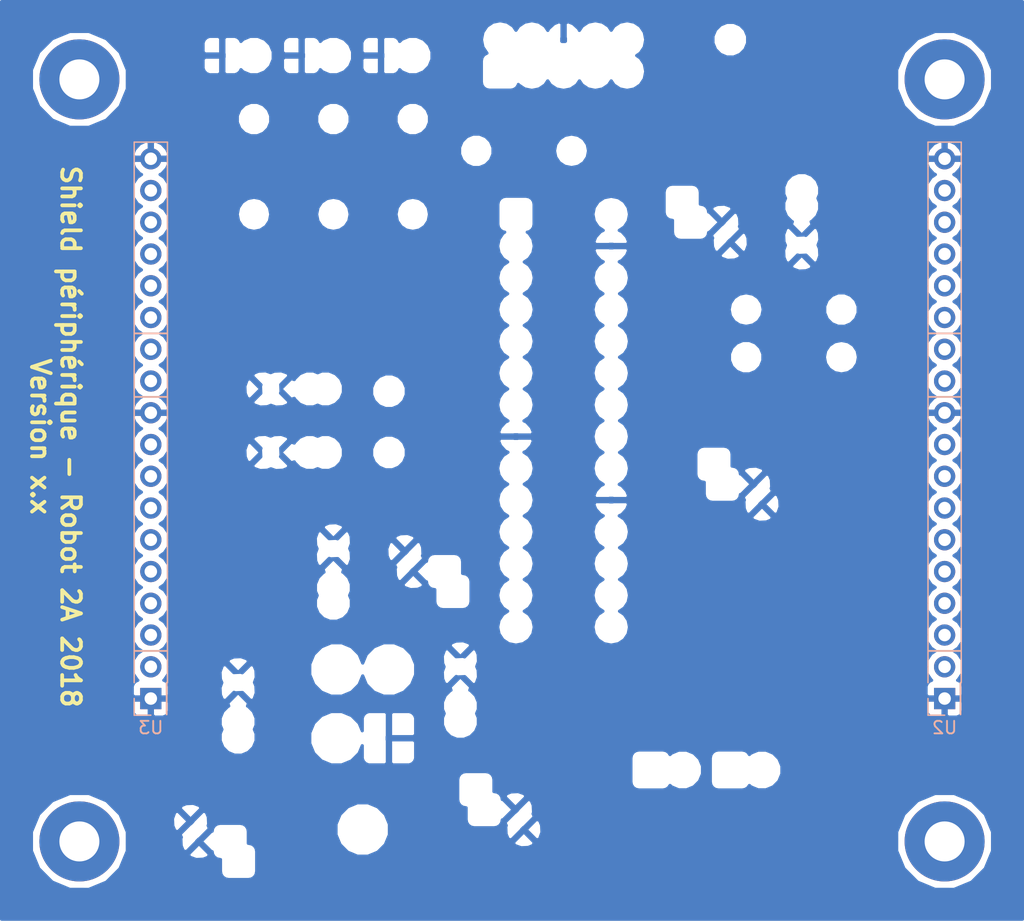
<source format=kicad_pcb>
(kicad_pcb (version 4) (host pcbnew 4.0.7)

  (general
    (links 7)
    (no_connects 1)
    (area 0 0 0 0)
    (thickness 1.6)
    (drawings 9)
    (tracks 0)
    (zones 0)
    (modules 6)
    (nets 34)
  )

  (page A4)
  (title_block
    (title "Shield pour périphériques - Robot 2A année 2018")
    (rev vx.x)
    (company "Centrale Lyon")
    (comment 1 "Contcter G. CHARREAUX (chxguillaume@gmail.com)")
  )

  (layers
    (0 F.Cu signal)
    (1 In1.Cu signal)
    (2 In2.Cu signal)
    (31 B.Cu signal)
    (32 B.Adhes user hide)
    (33 F.Adhes user hide)
    (34 B.Paste user hide)
    (35 F.Paste user hide)
    (36 B.SilkS user)
    (37 F.SilkS user)
    (38 B.Mask user)
    (39 F.Mask user)
    (40 Dwgs.User user hide)
    (41 Cmts.User user hide)
    (42 Eco1.User user hide)
    (43 Eco2.User user)
    (44 Edge.Cuts user)
    (45 Margin user hide)
    (46 B.CrtYd user hide)
    (47 F.CrtYd user hide)
    (48 B.Fab user hide)
    (49 F.Fab user hide)
  )

  (setup
    (last_trace_width 0.6)
    (trace_clearance 0.254)
    (zone_clearance 0.508)
    (zone_45_only no)
    (trace_min 0.2)
    (segment_width 0.2)
    (edge_width 0.2)
    (via_size 1.8)
    (via_drill 0.8)
    (via_min_size 0.4)
    (via_min_drill 0.3)
    (uvia_size 0.5)
    (uvia_drill 0.127)
    (uvias_allowed no)
    (uvia_min_size 0.2)
    (uvia_min_drill 0.1)
    (pcb_text_width 0.3)
    (pcb_text_size 1.5 1.5)
    (mod_edge_width 0.15)
    (mod_text_size 1 1)
    (mod_text_width 0.15)
    (pad_size 1.524 1.524)
    (pad_drill 0.762)
    (pad_to_mask_clearance 0.2)
    (aux_axis_origin 0 0)
    (visible_elements FFFFF769)
    (pcbplotparams
      (layerselection 0x00030_80000001)
      (usegerberextensions false)
      (excludeedgelayer true)
      (linewidth 0.100000)
      (plotframeref false)
      (viasonmask false)
      (mode 1)
      (useauxorigin false)
      (hpglpennumber 1)
      (hpglpenspeed 20)
      (hpglpendiameter 15)
      (hpglpenoverlay 2)
      (psnegative false)
      (psa4output false)
      (plotreference true)
      (plotvalue true)
      (plotinvisibletext false)
      (padsonsilk false)
      (subtractmaskfromsilk false)
      (outputformat 1)
      (mirror false)
      (drillshape 1)
      (scaleselection 1)
      (outputdirectory ""))
  )

  (net 0 "")
  (net 1 GND)
  (net 2 +5V)
  (net 3 +3V3)
  (net 4 "Net-(J4-Pad1)")
  (net 5 "Net-(J5-Pad1)")
  (net 6 "Net-(J6-Pad1)")
  (net 7 "Net-(J7-Pad1)")
  (net 8 /I2C_CLK2)
  (net 9 /I2C_DATA2)
  (net 10 /RB6)
  (net 11 /RA0)
  (net 12 /RB7)
  (net 13 /RA1)
  (net 14 /RB12)
  (net 15 /RB13)
  (net 16 /RB4)
  (net 17 /RB14)
  (net 18 /RB15)
  (net 19 /RB5)
  (net 20 /RA7)
  (net 21 /RA8)
  (net 22 /RA9)
  (net 23 /RA10)
  (net 24 /RC0)
  (net 25 /RC1)
  (net 26 /RC2)
  (net 27 /RC3)
  (net 28 /RC4)
  (net 29 /RC5)
  (net 30 /RC6)
  (net 31 /RC7)
  (net 32 /RC8)
  (net 33 /RC9)

  (net_class Default "Ceci est la Netclass par défaut"
    (clearance 0.254)
    (trace_width 0.6)
    (via_dia 1.8)
    (via_drill 0.8)
    (uvia_dia 0.5)
    (uvia_drill 0.127)
    (add_net +5V)
    (add_net /I2C_CLK2)
    (add_net /I2C_DATA2)
    (add_net /RA0)
    (add_net /RA1)
    (add_net /RA10)
    (add_net /RA7)
    (add_net /RA8)
    (add_net /RA9)
    (add_net /RB12)
    (add_net /RB13)
    (add_net /RB14)
    (add_net /RB15)
    (add_net /RB4)
    (add_net /RB5)
    (add_net /RB6)
    (add_net /RB7)
    (add_net /RC0)
    (add_net /RC1)
    (add_net /RC2)
    (add_net /RC3)
    (add_net /RC4)
    (add_net /RC5)
    (add_net /RC6)
    (add_net /RC7)
    (add_net /RC8)
    (add_net /RC9)
    (add_net "Net-(J4-Pad1)")
    (add_net "Net-(J5-Pad1)")
    (add_net "Net-(J6-Pad1)")
    (add_net "Net-(J7-Pad1)")
  )

  (net_class planes ""
    (clearance 0.254)
    (trace_width 0.3)
    (via_dia 1.8)
    (via_drill 0.8)
    (uvia_dia 0.5)
    (uvia_drill 0.127)
    (add_net +3V3)
    (add_net GND)
  )

  (module Mounting_Holes:MountingHole_3.2mm_M3_Pad (layer F.Cu) (tedit 5AA7FFE9) (tstamp 5AA05CD4)
    (at 110.49 90.17)
    (descr "Mounting Hole 3.2mm, M3")
    (tags "mounting hole 3.2mm m3")
    (path /5A81928F)
    (fp_text reference J4 (at 0 -4.2) (layer F.SilkS) hide
      (effects (font (size 1 1) (thickness 0.15)))
    )
    (fp_text value Fix (at 0 4.2) (layer F.Fab) hide
      (effects (font (size 1 1) (thickness 0.15)))
    )
    (fp_circle (center 0 0) (end 3.2 0) (layer Cmts.User) (width 0.15))
    (fp_circle (center 0 0) (end 3.45 0) (layer F.CrtYd) (width 0.05))
    (pad 1 thru_hole circle (at 0 0) (size 6.4 6.4) (drill 3.2) (layers *.Cu *.Mask)
      (net 4 "Net-(J4-Pad1)"))
  )

  (module Mounting_Holes:MountingHole_3.2mm_M3_Pad (layer F.Cu) (tedit 5AA7FFED) (tstamp 5AA05CD9)
    (at 110.49 29.21)
    (descr "Mounting Hole 3.2mm, M3")
    (tags "mounting hole 3.2mm m3")
    (path /5A819296)
    (fp_text reference J5 (at 0 -4.2) (layer F.SilkS) hide
      (effects (font (size 1 1) (thickness 0.15)))
    )
    (fp_text value Fix (at 0 4.2) (layer F.Fab) hide
      (effects (font (size 1 1) (thickness 0.15)))
    )
    (fp_circle (center 0 0) (end 3.2 0) (layer Cmts.User) (width 0.15))
    (fp_circle (center 0 0) (end 3.45 0) (layer F.CrtYd) (width 0.05))
    (pad 1 thru_hole circle (at 0 0) (size 6.4 6.4) (drill 3.2) (layers *.Cu *.Mask)
      (net 5 "Net-(J5-Pad1)"))
  )

  (module Mounting_Holes:MountingHole_3.2mm_M3_Pad (layer F.Cu) (tedit 5AA7FFE6) (tstamp 5AA05CDE)
    (at 41.275 90.17)
    (descr "Mounting Hole 3.2mm, M3")
    (tags "mounting hole 3.2mm m3")
    (path /5A818DEF)
    (fp_text reference J6 (at 0 -4.2) (layer F.SilkS) hide
      (effects (font (size 1 1) (thickness 0.15)))
    )
    (fp_text value Fix (at 0 4.2) (layer F.Fab) hide
      (effects (font (size 1 1) (thickness 0.15)))
    )
    (fp_circle (center 0 0) (end 3.2 0) (layer Cmts.User) (width 0.15))
    (fp_circle (center 0 0) (end 3.45 0) (layer F.CrtYd) (width 0.05))
    (pad 1 thru_hole circle (at 0 0) (size 6.4 6.4) (drill 3.2) (layers *.Cu *.Mask)
      (net 6 "Net-(J6-Pad1)"))
  )

  (module Mounting_Holes:MountingHole_3.2mm_M3_Pad (layer F.Cu) (tedit 5AA7FFF1) (tstamp 5AA05CE3)
    (at 41.275 29.21)
    (descr "Mounting Hole 3.2mm, M3")
    (tags "mounting hole 3.2mm m3")
    (path /5A8190B0)
    (fp_text reference J7 (at 0 -4.2) (layer F.SilkS) hide
      (effects (font (size 1 1) (thickness 0.15)))
    )
    (fp_text value Fix (at 0 4.2) (layer F.Fab) hide
      (effects (font (size 1 1) (thickness 0.15)))
    )
    (fp_circle (center 0 0) (end 3.2 0) (layer Cmts.User) (width 0.15))
    (fp_circle (center 0 0) (end 3.45 0) (layer F.CrtYd) (width 0.05))
    (pad 1 thru_hole circle (at 0 0) (size 6.4 6.4) (drill 3.2) (layers *.Cu *.Mask)
      (net 7 "Net-(J7-Pad1)"))
  )

  (module conn_shield:conn_shield (layer B.Cu) (tedit 5AA0C7E9) (tstamp 5AA05D49)
    (at 110.49 78.74)
    (descr "Through hole straight pin header, 1x18, 2.54mm pitch, single row")
    (tags "Through hole pin header THT 1x18 2.54mm single row")
    (path /5AA11AF5)
    (fp_text reference U2 (at 0 2.33) (layer B.SilkS)
      (effects (font (size 1 1) (thickness 0.15)) (justify mirror))
    )
    (fp_text value Shield_droite (at -3.81 -20.32 270) (layer B.Fab)
      (effects (font (size 1 1) (thickness 0.15)) (justify mirror))
    )
    (fp_line (start 1.27 -1.27) (end 1.27 1.27) (layer B.SilkS) (width 0.15))
    (fp_line (start -1.27 -29.21) (end 1.27 -29.21) (layer B.SilkS) (width 0.15))
    (fp_line (start -1.27 -24.13) (end 1.27 -24.13) (layer B.SilkS) (width 0.15))
    (fp_line (start -1.27 -3.81) (end 1.27 -3.81) (layer B.SilkS) (width 0.15))
    (fp_line (start -0.635 1.27) (end 1.27 1.27) (layer B.Fab) (width 0.1))
    (fp_line (start 1.27 1.27) (end 1.27 -44.45) (layer B.Fab) (width 0.1))
    (fp_line (start 1.27 -44.45) (end -1.27 -44.45) (layer B.Fab) (width 0.1))
    (fp_line (start -1.27 -44.45) (end -1.27 0.635) (layer B.Fab) (width 0.1))
    (fp_line (start -1.27 0.635) (end -0.635 1.27) (layer B.Fab) (width 0.1))
    (fp_line (start -1.33 -44.51) (end 1.33 -44.51) (layer B.SilkS) (width 0.12))
    (fp_line (start -1.33 -1.27) (end -1.33 -44.51) (layer B.SilkS) (width 0.12))
    (fp_line (start 1.33 -1.27) (end 1.33 -44.51) (layer B.SilkS) (width 0.12))
    (fp_line (start -1.33 0) (end -1.33 1.33) (layer B.SilkS) (width 0.12))
    (fp_line (start -1.33 1.33) (end 0 1.33) (layer B.SilkS) (width 0.12))
    (fp_line (start -1.8 1.8) (end -1.8 -44.95) (layer B.CrtYd) (width 0.05))
    (fp_line (start -1.8 -44.95) (end 1.8 -44.95) (layer B.CrtYd) (width 0.05))
    (fp_line (start 1.8 -44.95) (end 1.8 1.8) (layer B.CrtYd) (width 0.05))
    (fp_line (start 1.8 1.8) (end -1.8 1.8) (layer B.CrtYd) (width 0.05))
    (fp_text user %R (at 0 -21.59 270) (layer B.Fab)
      (effects (font (size 1 1) (thickness 0.15)) (justify mirror))
    )
    (pad 1 thru_hole rect (at 0 0) (size 1.7 1.7) (drill 1) (layers *.Cu *.Mask)
      (net 1 GND))
    (pad 2 thru_hole oval (at 0 -2.54) (size 1.7 1.7) (drill 1) (layers *.Cu *.Mask)
      (net 3 +3V3))
    (pad 3 thru_hole oval (at 0 -5.08) (size 1.7 1.7) (drill 1) (layers *.Cu *.Mask)
      (net 2 +5V))
    (pad 4 thru_hole oval (at 0 -7.62) (size 1.7 1.7) (drill 1) (layers *.Cu *.Mask)
      (net 14 /RB12))
    (pad 5 thru_hole oval (at 0 -10.16) (size 1.7 1.7) (drill 1) (layers *.Cu *.Mask)
      (net 15 /RB13))
    (pad 6 thru_hole oval (at 0 -12.7) (size 1.7 1.7) (drill 1) (layers *.Cu *.Mask)
      (net 17 /RB14))
    (pad 7 thru_hole oval (at 0 -15.24) (size 1.7 1.7) (drill 1) (layers *.Cu *.Mask)
      (net 18 /RB15))
    (pad 8 thru_hole oval (at 0 -17.78) (size 1.7 1.7) (drill 1) (layers *.Cu *.Mask)
      (net 8 /I2C_CLK2))
    (pad 9 thru_hole oval (at 0 -20.32) (size 1.7 1.7) (drill 1) (layers *.Cu *.Mask)
      (net 9 /I2C_DATA2))
    (pad 10 thru_hole oval (at 0 -22.86) (size 1.7 1.7) (drill 1) (layers *.Cu *.Mask)
      (net 1 GND))
    (pad 11 thru_hole oval (at 0 -25.4) (size 1.7 1.7) (drill 1) (layers *.Cu *.Mask)
      (net 27 /RC3))
    (pad 12 thru_hole oval (at 0 -27.94) (size 1.7 1.7) (drill 1) (layers *.Cu *.Mask)
      (net 28 /RC4))
    (pad 13 thru_hole oval (at 0 -30.48) (size 1.7 1.7) (drill 1) (layers *.Cu *.Mask)
      (net 29 /RC5))
    (pad 14 thru_hole oval (at 0 -33.02) (size 1.7 1.7) (drill 1) (layers *.Cu *.Mask)
      (net 30 /RC6))
    (pad 15 thru_hole oval (at 0 -35.56) (size 1.7 1.7) (drill 1) (layers *.Cu *.Mask)
      (net 31 /RC7))
    (pad 16 thru_hole oval (at 0 -38.1) (size 1.7 1.7) (drill 1) (layers *.Cu *.Mask)
      (net 32 /RC8))
    (pad 17 thru_hole oval (at 0 -40.64) (size 1.7 1.7) (drill 1) (layers *.Cu *.Mask)
      (net 33 /RC9))
    (pad 18 thru_hole oval (at 0 -43.18) (size 1.7 1.7) (drill 1) (layers *.Cu *.Mask)
      (net 1 GND))
    (model ${KISYS3DMOD}/Pin_Headers.3dshapes/Pin_Header_Straight_1x18_Pitch2.54mm.wrl
      (at (xyz 0 0 0))
      (scale (xyz 1 1 1))
      (rotate (xyz 0 0 0))
    )
  )

  (module conn_shield:conn_shield (layer B.Cu) (tedit 5AA0C7F7) (tstamp 5AA05D5F)
    (at 46.99 78.74)
    (descr "Through hole straight pin header, 1x18, 2.54mm pitch, single row")
    (tags "Through hole pin header THT 1x18 2.54mm single row")
    (path /5AA11C86)
    (fp_text reference U3 (at 0 2.33) (layer B.SilkS)
      (effects (font (size 1 1) (thickness 0.15)) (justify mirror))
    )
    (fp_text value Shield_gauche (at 3.81 -20.955 90) (layer B.Fab)
      (effects (font (size 1 1) (thickness 0.15)) (justify mirror))
    )
    (fp_line (start 1.27 -1.27) (end 1.27 1.27) (layer B.SilkS) (width 0.15))
    (fp_line (start -1.27 -29.21) (end 1.27 -29.21) (layer B.SilkS) (width 0.15))
    (fp_line (start -1.27 -24.13) (end 1.27 -24.13) (layer B.SilkS) (width 0.15))
    (fp_line (start -1.27 -3.81) (end 1.27 -3.81) (layer B.SilkS) (width 0.15))
    (fp_line (start -0.635 1.27) (end 1.27 1.27) (layer B.Fab) (width 0.1))
    (fp_line (start 1.27 1.27) (end 1.27 -44.45) (layer B.Fab) (width 0.1))
    (fp_line (start 1.27 -44.45) (end -1.27 -44.45) (layer B.Fab) (width 0.1))
    (fp_line (start -1.27 -44.45) (end -1.27 0.635) (layer B.Fab) (width 0.1))
    (fp_line (start -1.27 0.635) (end -0.635 1.27) (layer B.Fab) (width 0.1))
    (fp_line (start -1.33 -44.51) (end 1.33 -44.51) (layer B.SilkS) (width 0.12))
    (fp_line (start -1.33 -1.27) (end -1.33 -44.51) (layer B.SilkS) (width 0.12))
    (fp_line (start 1.33 -1.27) (end 1.33 -44.51) (layer B.SilkS) (width 0.12))
    (fp_line (start -1.33 0) (end -1.33 1.33) (layer B.SilkS) (width 0.12))
    (fp_line (start -1.33 1.33) (end 0 1.33) (layer B.SilkS) (width 0.12))
    (fp_line (start -1.8 1.8) (end -1.8 -44.95) (layer B.CrtYd) (width 0.05))
    (fp_line (start -1.8 -44.95) (end 1.8 -44.95) (layer B.CrtYd) (width 0.05))
    (fp_line (start 1.8 -44.95) (end 1.8 1.8) (layer B.CrtYd) (width 0.05))
    (fp_line (start 1.8 1.8) (end -1.8 1.8) (layer B.CrtYd) (width 0.05))
    (fp_text user %R (at 0 -21.59 270) (layer B.Fab)
      (effects (font (size 1 1) (thickness 0.15)) (justify mirror))
    )
    (pad 1 thru_hole rect (at 0 0) (size 1.7 1.7) (drill 1) (layers *.Cu *.Mask)
      (net 1 GND))
    (pad 2 thru_hole oval (at 0 -2.54) (size 1.7 1.7) (drill 1) (layers *.Cu *.Mask)
      (net 3 +3V3))
    (pad 3 thru_hole oval (at 0 -5.08) (size 1.7 1.7) (drill 1) (layers *.Cu *.Mask)
      (net 2 +5V))
    (pad 4 thru_hole oval (at 0 -7.62) (size 1.7 1.7) (drill 1) (layers *.Cu *.Mask)
      (net 11 /RA0))
    (pad 5 thru_hole oval (at 0 -10.16) (size 1.7 1.7) (drill 1) (layers *.Cu *.Mask)
      (net 13 /RA1))
    (pad 6 thru_hole oval (at 0 -12.7) (size 1.7 1.7) (drill 1) (layers *.Cu *.Mask)
      (net 16 /RB4))
    (pad 7 thru_hole oval (at 0 -15.24) (size 1.7 1.7) (drill 1) (layers *.Cu *.Mask)
      (net 19 /RB5))
    (pad 8 thru_hole oval (at 0 -17.78) (size 1.7 1.7) (drill 1) (layers *.Cu *.Mask)
      (net 10 /RB6))
    (pad 9 thru_hole oval (at 0 -20.32) (size 1.7 1.7) (drill 1) (layers *.Cu *.Mask)
      (net 12 /RB7))
    (pad 10 thru_hole oval (at 0 -22.86) (size 1.7 1.7) (drill 1) (layers *.Cu *.Mask)
      (net 1 GND))
    (pad 11 thru_hole oval (at 0 -25.4) (size 1.7 1.7) (drill 1) (layers *.Cu *.Mask)
      (net 20 /RA7))
    (pad 12 thru_hole oval (at 0 -27.94) (size 1.7 1.7) (drill 1) (layers *.Cu *.Mask)
      (net 21 /RA8))
    (pad 13 thru_hole oval (at 0 -30.48) (size 1.7 1.7) (drill 1) (layers *.Cu *.Mask)
      (net 22 /RA9))
    (pad 14 thru_hole oval (at 0 -33.02) (size 1.7 1.7) (drill 1) (layers *.Cu *.Mask)
      (net 23 /RA10))
    (pad 15 thru_hole oval (at 0 -35.56) (size 1.7 1.7) (drill 1) (layers *.Cu *.Mask)
      (net 24 /RC0))
    (pad 16 thru_hole oval (at 0 -38.1) (size 1.7 1.7) (drill 1) (layers *.Cu *.Mask)
      (net 25 /RC1))
    (pad 17 thru_hole oval (at 0 -40.64) (size 1.7 1.7) (drill 1) (layers *.Cu *.Mask)
      (net 26 /RC2))
    (pad 18 thru_hole oval (at 0 -43.18) (size 1.7 1.7) (drill 1) (layers *.Cu *.Mask)
      (net 1 GND))
    (model ${KISYS3DMOD}/Pin_Headers.3dshapes/Pin_Header_Straight_1x18_Pitch2.54mm.wrl
      (at (xyz 0 0 0))
      (scale (xyz 1 1 1))
      (rotate (xyz 0 0 0))
    )
  )

  (gr_line (start 35.56 90.17) (end 35.56 29.21) (angle 90) (layer Eco2.User) (width 0.2))
  (gr_line (start 110.49 95.885) (end 41.275 95.885) (angle 90) (layer Eco2.User) (width 0.2))
  (gr_line (start 116.205 29.21) (end 116.205 90.17) (angle 90) (layer Eco2.User) (width 0.2))
  (gr_line (start 41.275 23.495) (end 110.49 23.495) (angle 90) (layer Eco2.User) (width 0.2))
  (gr_arc (start 41.275 29.21) (end 35.56 29.21) (angle 90) (layer Eco2.User) (width 0.2))
  (gr_arc (start 41.275 90.17) (end 41.275 95.885) (angle 90) (layer Eco2.User) (width 0.2))
  (gr_arc (start 110.49 90.17) (end 116.205 90.17) (angle 90) (layer Eco2.User) (width 0.2))
  (gr_arc (start 110.49 29.21) (end 110.49 23.495) (angle 90) (layer Eco2.User) (width 0.2))
  (gr_text "Shield périphérique - Robot 2A 2018\nVersion x.x" (at 39.37 57.785 270) (layer F.SilkS)
    (effects (font (size 1.5 1.5) (thickness 0.3)))
  )

  (zone (net 3) (net_name +3V3) (layer In2.Cu) (tstamp 5AA80444) (hatch edge 0.508)
    (connect_pads (clearance 0.508))
    (min_thickness 0.254)
    (fill yes (arc_segments 16) (thermal_gap 0.508) (thermal_bridge_width 0.508))
    (polygon
      (pts
        (xy 116.84 96.52) (xy 34.925 96.52) (xy 34.925 22.86) (xy 116.84 22.86)
      )
    )
    (filled_polygon
      (pts
        (xy 116.713 96.393) (xy 35.052 96.393) (xy 35.052 90.929482) (xy 37.439336 90.929482) (xy 38.02195 92.339515)
        (xy 39.099811 93.419259) (xy 40.508825 94.004333) (xy 42.034482 94.005664) (xy 43.444515 93.42305) (xy 44.524259 92.345189)
        (xy 45.109333 90.936175) (xy 45.110664 89.410518) (xy 44.880793 88.854187) (xy 48.733815 88.854187) (xy 48.95182 89.3818)
        (xy 49.35514 89.785824) (xy 49.432407 89.817908) (xy 49.40525 89.883309) (xy 49.404752 90.454187) (xy 49.622757 90.9818)
        (xy 50.026077 91.385824) (xy 50.553309 91.60475) (xy 51.124187 91.605248) (xy 51.6518 91.387243) (xy 51.920583 91.118928)
        (xy 51.936838 91.205317) (xy 52.07591 91.421441) (xy 52.28811 91.566431) (xy 52.54 91.61744) (xy 52.563497 91.61744)
        (xy 52.563497 92.57) (xy 52.607775 92.805317) (xy 52.746847 93.021441) (xy 52.959047 93.166431) (xy 53.210937 93.21744)
        (xy 54.810937 93.21744) (xy 55.046254 93.173162) (xy 55.262378 93.03409) (xy 55.407368 92.82189) (xy 55.458377 92.57)
        (xy 55.458377 90.97) (xy 55.414099 90.734683) (xy 55.275027 90.518559) (xy 55.062827 90.373569) (xy 54.810937 90.32256)
        (xy 54.78744 90.32256) (xy 54.78744 89.637815) (xy 61.80463 89.637815) (xy 62.12898 90.4228) (xy 62.729041 91.023909)
        (xy 63.513459 91.349628) (xy 64.362815 91.35037) (xy 65.1478 91.02602) (xy 65.244506 90.929482) (xy 106.654336 90.929482)
        (xy 107.23695 92.339515) (xy 108.314811 93.419259) (xy 109.723825 94.004333) (xy 111.249482 94.005664) (xy 112.659515 93.42305)
        (xy 113.739259 92.345189) (xy 114.324333 90.936175) (xy 114.325664 89.410518) (xy 113.74305 88.000485) (xy 112.665189 86.920741)
        (xy 111.256175 86.335667) (xy 109.730518 86.334336) (xy 108.320485 86.91695) (xy 107.240741 87.994811) (xy 106.655667 89.403825)
        (xy 106.654336 90.929482) (xy 65.244506 90.929482) (xy 65.748909 90.425959) (xy 66.074628 89.641541) (xy 66.07537 88.792185)
        (xy 65.75102 88.0072) (xy 65.65973 87.91575) (xy 72.225 87.91575) (xy 72.225 88.55631) (xy 72.321673 88.789699)
        (xy 72.500302 88.968327) (xy 72.733691 89.065) (xy 73.37425 89.065) (xy 73.533 88.90625) (xy 73.533 87.757)
        (xy 72.38375 87.757) (xy 72.225 87.91575) (xy 65.65973 87.91575) (xy 65.150959 87.406091) (xy 64.366541 87.080372)
        (xy 63.517185 87.07963) (xy 62.7322 87.40398) (xy 62.131091 88.004041) (xy 61.805372 88.788459) (xy 61.80463 89.637815)
        (xy 54.78744 89.637815) (xy 54.78744 89.37) (xy 54.743162 89.134683) (xy 54.60409 88.918559) (xy 54.39189 88.773569)
        (xy 54.14 88.72256) (xy 52.54 88.72256) (xy 52.304683 88.766838) (xy 52.088559 88.90591) (xy 51.943569 89.11811)
        (xy 51.92232 89.223041) (xy 51.653923 88.954176) (xy 51.576656 88.922092) (xy 51.603813 88.856691) (xy 51.604311 88.285813)
        (xy 51.386306 87.7582) (xy 50.982986 87.354176) (xy 50.455754 87.13525) (xy 49.884876 87.134752) (xy 49.357263 87.352757)
        (xy 48.953239 87.756077) (xy 48.734313 88.283309) (xy 48.733815 88.854187) (xy 44.880793 88.854187) (xy 44.52805 88.000485)
        (xy 43.450189 86.920741) (xy 42.041175 86.335667) (xy 40.515518 86.334336) (xy 39.105485 86.91695) (xy 38.025741 87.994811)
        (xy 37.440667 89.403825) (xy 37.439336 90.929482) (xy 35.052 90.929482) (xy 35.052 86.31575) (xy 71.554063 86.31575)
        (xy 71.554063 86.95631) (xy 71.650736 87.189699) (xy 71.829365 87.368327) (xy 72.062754 87.465) (xy 72.34575 87.465)
        (xy 72.38375 87.503) (xy 73.533 87.503) (xy 73.533 87.483) (xy 73.787 87.483) (xy 73.787 87.503)
        (xy 73.807 87.503) (xy 73.807 87.757) (xy 73.787 87.757) (xy 73.787 88.90625) (xy 73.94575 89.065)
        (xy 74.586309 89.065) (xy 74.819698 88.968327) (xy 74.998327 88.789699) (xy 75.083876 88.583165) (xy 75.346077 88.845824)
        (xy 75.423344 88.877908) (xy 75.396187 88.943309) (xy 75.395689 89.514187) (xy 75.613694 90.0418) (xy 76.017014 90.445824)
        (xy 76.544246 90.66475) (xy 77.115124 90.665248) (xy 77.642737 90.447243) (xy 78.046761 90.043923) (xy 78.265687 89.516691)
        (xy 78.266185 88.945813) (xy 78.04818 88.4182) (xy 77.64486 88.014176) (xy 77.567593 87.982092) (xy 77.59475 87.916691)
        (xy 77.595248 87.345813) (xy 77.377243 86.8182) (xy 76.973923 86.414176) (xy 76.446691 86.19525) (xy 75.875813 86.194752)
        (xy 75.3482 86.412757) (xy 75.083813 86.676683) (xy 74.998327 86.470301) (xy 74.819698 86.291673) (xy 74.586309 86.195)
        (xy 74.303313 86.195) (xy 74.265313 86.157) (xy 73.116063 86.157) (xy 73.116063 86.177) (xy 72.862063 86.177)
        (xy 72.862063 86.157) (xy 71.712813 86.157) (xy 71.554063 86.31575) (xy 35.052 86.31575) (xy 35.052 85.10369)
        (xy 71.554063 85.10369) (xy 71.554063 85.74425) (xy 71.712813 85.903) (xy 72.862063 85.903) (xy 72.862063 84.75375)
        (xy 73.116063 84.75375) (xy 73.116063 85.903) (xy 74.265313 85.903) (xy 74.424063 85.74425) (xy 74.424063 85.10369)
        (xy 74.32739 84.870301) (xy 74.148761 84.691673) (xy 73.915372 84.595) (xy 73.274813 84.595) (xy 73.116063 84.75375)
        (xy 72.862063 84.75375) (xy 72.703313 84.595) (xy 72.062754 84.595) (xy 71.829365 84.691673) (xy 71.650736 84.870301)
        (xy 71.554063 85.10369) (xy 35.052 85.10369) (xy 35.052 77.89) (xy 45.49256 77.89) (xy 45.49256 79.59)
        (xy 45.536838 79.825317) (xy 45.67591 80.041441) (xy 45.88811 80.186431) (xy 46.14 80.23744) (xy 47.84 80.23744)
        (xy 48.075317 80.193162) (xy 48.291441 80.05409) (xy 48.436431 79.84189) (xy 48.48744 79.59) (xy 48.48744 77.89)
        (xy 48.443162 77.654683) (xy 48.30409 77.438559) (xy 48.09189 77.293569) (xy 47.983893 77.271699) (xy 48.122882 77.119187)
        (xy 52.539752 77.119187) (xy 52.68065 77.460188) (xy 52.54025 77.798309) (xy 52.539752 78.369187) (xy 52.757757 78.8968)
        (xy 53.161077 79.300824) (xy 53.242931 79.334813) (xy 53.1632 79.367757) (xy 52.759176 79.771077) (xy 52.54025 80.298309)
        (xy 52.539752 80.869187) (xy 52.68065 81.210188) (xy 52.54025 81.548309) (xy 52.539752 82.119187) (xy 52.757757 82.6468)
        (xy 53.161077 83.050824) (xy 53.688309 83.26975) (xy 54.259187 83.270248) (xy 54.7868 83.052243) (xy 55.190824 82.648923)
        (xy 55.320007 82.337815) (xy 59.70463 82.337815) (xy 60.02898 83.1228) (xy 60.629041 83.723909) (xy 61.413459 84.049628)
        (xy 62.262815 84.05037) (xy 63.0478 83.72602) (xy 63.648909 83.125959) (xy 63.89256 82.539183) (xy 63.89256 83.415)
        (xy 63.936838 83.650317) (xy 64.07591 83.866441) (xy 64.28811 84.011431) (xy 64.54 84.06244) (xy 67.54 84.06244)
        (xy 67.775317 84.018162) (xy 67.991441 83.87909) (xy 68.136431 83.66689) (xy 68.16972 83.5025) (xy 85.39506 83.5025)
        (xy 85.39506 85.4075) (xy 85.439338 85.642817) (xy 85.57841 85.858941) (xy 85.79061 86.003931) (xy 86.0425 86.05494)
        (xy 87.9475 86.05494) (xy 88.182817 86.010662) (xy 88.398941 85.87159) (xy 88.523716 85.688976) (xy 88.634579 85.800032)
        (xy 89.217841 86.042224) (xy 89.849388 86.042775) (xy 90.433072 85.801602) (xy 90.880032 85.355421) (xy 91.122224 84.772159)
        (xy 91.122775 84.140612) (xy 90.881602 83.556928) (xy 90.827269 83.5025) (xy 91.74506 83.5025) (xy 91.74506 85.4075)
        (xy 91.789338 85.642817) (xy 91.92841 85.858941) (xy 92.14061 86.003931) (xy 92.3925 86.05494) (xy 94.2975 86.05494)
        (xy 94.532817 86.010662) (xy 94.748941 85.87159) (xy 94.873716 85.688976) (xy 94.984579 85.800032) (xy 95.567841 86.042224)
        (xy 96.199388 86.042775) (xy 96.783072 85.801602) (xy 97.230032 85.355421) (xy 97.472224 84.772159) (xy 97.472775 84.140612)
        (xy 97.231602 83.556928) (xy 96.785421 83.109968) (xy 96.202159 82.867776) (xy 95.570612 82.867225) (xy 94.986928 83.108398)
        (xy 94.87219 83.222936) (xy 94.76159 83.051059) (xy 94.54939 82.906069) (xy 94.2975 82.85506) (xy 92.3925 82.85506)
        (xy 92.157183 82.899338) (xy 91.941059 83.03841) (xy 91.796069 83.25061) (xy 91.74506 83.5025) (xy 90.827269 83.5025)
        (xy 90.435421 83.109968) (xy 89.852159 82.867776) (xy 89.220612 82.867225) (xy 88.636928 83.108398) (xy 88.52219 83.222936)
        (xy 88.41159 83.051059) (xy 88.19939 82.906069) (xy 87.9475 82.85506) (xy 86.0425 82.85506) (xy 85.807183 82.899338)
        (xy 85.591059 83.03841) (xy 85.446069 83.25061) (xy 85.39506 83.5025) (xy 68.16972 83.5025) (xy 68.18744 83.415)
        (xy 68.18744 80.415) (xy 68.143162 80.179683) (xy 68.00409 79.963559) (xy 67.79189 79.818569) (xy 67.54 79.76756)
        (xy 64.54 79.76756) (xy 64.304683 79.811838) (xy 64.088559 79.95091) (xy 63.943569 80.16311) (xy 63.89256 80.415)
        (xy 63.89256 81.29177) (xy 63.65102 80.7072) (xy 63.050959 80.106091) (xy 62.266541 79.780372) (xy 61.417185 79.77963)
        (xy 60.6322 80.10398) (xy 60.031091 80.704041) (xy 59.705372 81.488459) (xy 59.70463 82.337815) (xy 55.320007 82.337815)
        (xy 55.40975 82.121691) (xy 55.410248 81.550813) (xy 55.26935 81.209812) (xy 55.40975 80.871691) (xy 55.410248 80.300813)
        (xy 55.192243 79.7732) (xy 54.788923 79.369176) (xy 54.707069 79.335187) (xy 54.7868 79.302243) (xy 54.991176 79.098223)
        (xy 70.308035 79.098223) (xy 70.335222 79.668454) (xy 70.451484 79.949134) (xy 70.308035 80.348223) (xy 70.335222 80.918454)
        (xy 70.501136 81.319005) (xy 70.747255 81.393139) (xy 71.42068 80.719715) (xy 71.538223 80.761965) (xy 71.747624 80.751981)
        (xy 70.926861 81.572745) (xy 71.000995 81.818864) (xy 71.538223 82.011965) (xy 72.108454 81.984778) (xy 72.509005 81.818864)
        (xy 72.583139 81.572745) (xy 71.761705 80.75131) (xy 72.104568 80.734963) (xy 72.762745 81.393139) (xy 73.008864 81.319005)
        (xy 73.201965 80.781777) (xy 73.174778 80.211546) (xy 73.058516 79.930866) (xy 73.201965 79.531777) (xy 73.174778 78.961546)
        (xy 73.008864 78.560995) (xy 72.762745 78.486861) (xy 72.08932 79.160285) (xy 71.971777 79.118035) (xy 71.762376 79.128019)
        (xy 72.583139 78.307255) (xy 72.509005 78.061136) (xy 72.502517 78.058804) (xy 72.5668 78.032243) (xy 72.709291 77.89)
        (xy 108.99256 77.89) (xy 108.99256 79.59) (xy 109.036838 79.825317) (xy 109.17591 80.041441) (xy 109.38811 80.186431)
        (xy 109.64 80.23744) (xy 111.34 80.23744) (xy 111.575317 80.193162) (xy 111.791441 80.05409) (xy 111.936431 79.84189)
        (xy 111.98744 79.59) (xy 111.98744 77.89) (xy 111.943162 77.654683) (xy 111.80409 77.438559) (xy 111.59189 77.293569)
        (xy 111.483893 77.271699) (xy 111.761645 76.966924) (xy 111.931476 76.55689) (xy 111.810155 76.327) (xy 110.617 76.327)
        (xy 110.617 76.347) (xy 110.363 76.347) (xy 110.363 76.327) (xy 109.169845 76.327) (xy 109.048524 76.55689)
        (xy 109.218355 76.966924) (xy 109.494501 77.269937) (xy 109.404683 77.286838) (xy 109.188559 77.42591) (xy 109.043569 77.63811)
        (xy 108.99256 77.89) (xy 72.709291 77.89) (xy 72.970824 77.628923) (xy 73.18975 77.101691) (xy 73.190248 76.530813)
        (xy 73.04935 76.189812) (xy 73.18975 75.851691) (xy 73.190248 75.280813) (xy 72.972243 74.7532) (xy 72.568923 74.349176)
        (xy 72.041691 74.13025) (xy 71.470813 74.129752) (xy 70.9432 74.347757) (xy 70.539176 74.751077) (xy 70.32025 75.278309)
        (xy 70.319752 75.849187) (xy 70.46065 76.190188) (xy 70.32025 76.528309) (xy 70.319752 77.099187) (xy 70.537757 77.6268)
        (xy 70.941077 78.030824) (xy 71.007544 78.058423) (xy 71.000995 78.061136) (xy 70.926861 78.307255) (xy 71.748295 79.12869)
        (xy 71.405432 79.145037) (xy 70.747255 78.486861) (xy 70.501136 78.560995) (xy 70.308035 79.098223) (xy 54.991176 79.098223)
        (xy 55.190824 78.898923) (xy 55.40975 78.371691) (xy 55.410248 77.800813) (xy 55.26935 77.459812) (xy 55.40975 77.121691)
        (xy 55.409997 76.837815) (xy 59.70463 76.837815) (xy 60.02898 77.6228) (xy 60.629041 78.223909) (xy 61.413459 78.549628)
        (xy 62.262815 78.55037) (xy 63.0478 78.22602) (xy 63.345368 77.92897) (xy 64.705635 77.92897) (xy 64.865418 78.247739)
        (xy 65.656187 78.557723) (xy 66.505387 78.541497) (xy 67.214582 78.247739) (xy 67.374365 77.92897) (xy 66.04 76.594605)
        (xy 64.705635 77.92897) (xy 63.345368 77.92897) (xy 63.648909 77.625959) (xy 63.935973 76.934633) (xy 64.207261 77.589582)
        (xy 64.52603 77.749365) (xy 65.860395 76.415) (xy 66.219605 76.415) (xy 67.55397 77.749365) (xy 67.872739 77.589582)
        (xy 68.182723 76.798813) (xy 68.166497 75.949613) (xy 67.872739 75.240418) (xy 67.55397 75.080635) (xy 66.219605 76.415)
        (xy 65.860395 76.415) (xy 64.52603 75.080635) (xy 64.207261 75.240418) (xy 63.943142 75.914186) (xy 63.65102 75.2072)
        (xy 63.345384 74.90103) (xy 64.705635 74.90103) (xy 66.04 76.235395) (xy 67.374365 74.90103) (xy 67.214582 74.582261)
        (xy 66.423813 74.272277) (xy 65.574613 74.288503) (xy 64.865418 74.582261) (xy 64.705635 74.90103) (xy 63.345384 74.90103)
        (xy 63.050959 74.606091) (xy 62.266541 74.280372) (xy 61.417185 74.27963) (xy 60.6322 74.60398) (xy 60.031091 75.204041)
        (xy 59.705372 75.988459) (xy 59.70463 76.837815) (xy 55.409997 76.837815) (xy 55.410248 76.550813) (xy 55.192243 76.0232)
        (xy 54.788923 75.619176) (xy 54.261691 75.40025) (xy 53.690813 75.399752) (xy 53.1632 75.617757) (xy 52.759176 76.021077)
        (xy 52.54025 76.548309) (xy 52.539752 77.119187) (xy 48.122882 77.119187) (xy 48.261645 76.966924) (xy 48.431476 76.55689)
        (xy 48.310155 76.327) (xy 47.117 76.327) (xy 47.117 76.347) (xy 46.863 76.347) (xy 46.863 76.327)
        (xy 45.669845 76.327) (xy 45.548524 76.55689) (xy 45.718355 76.966924) (xy 45.994501 77.269937) (xy 45.904683 77.286838)
        (xy 45.688559 77.42591) (xy 45.543569 77.63811) (xy 45.49256 77.89) (xy 35.052 77.89) (xy 35.052 35.56)
        (xy 45.475907 35.56) (xy 45.588946 36.128285) (xy 45.910853 36.610054) (xy 46.240026 36.83) (xy 45.910853 37.049946)
        (xy 45.588946 37.531715) (xy 45.475907 38.1) (xy 45.588946 38.668285) (xy 45.910853 39.150054) (xy 46.240026 39.37)
        (xy 45.910853 39.589946) (xy 45.588946 40.071715) (xy 45.475907 40.64) (xy 45.588946 41.208285) (xy 45.910853 41.690054)
        (xy 46.240026 41.91) (xy 45.910853 42.129946) (xy 45.588946 42.611715) (xy 45.475907 43.18) (xy 45.588946 43.748285)
        (xy 45.910853 44.230054) (xy 46.240026 44.45) (xy 45.910853 44.669946) (xy 45.588946 45.151715) (xy 45.475907 45.72)
        (xy 45.588946 46.288285) (xy 45.910853 46.770054) (xy 46.240026 46.99) (xy 45.910853 47.209946) (xy 45.588946 47.691715)
        (xy 45.475907 48.26) (xy 45.588946 48.828285) (xy 45.910853 49.310054) (xy 46.240026 49.53) (xy 45.910853 49.749946)
        (xy 45.588946 50.231715) (xy 45.475907 50.8) (xy 45.588946 51.368285) (xy 45.910853 51.850054) (xy 46.240026 52.07)
        (xy 45.910853 52.289946) (xy 45.588946 52.771715) (xy 45.475907 53.34) (xy 45.588946 53.908285) (xy 45.910853 54.390054)
        (xy 46.240026 54.61) (xy 45.910853 54.829946) (xy 45.588946 55.311715) (xy 45.475907 55.88) (xy 45.588946 56.448285)
        (xy 45.910853 56.930054) (xy 46.240026 57.15) (xy 45.910853 57.369946) (xy 45.588946 57.851715) (xy 45.475907 58.42)
        (xy 45.588946 58.988285) (xy 45.910853 59.470054) (xy 46.240026 59.69) (xy 45.910853 59.909946) (xy 45.588946 60.391715)
        (xy 45.475907 60.96) (xy 45.588946 61.528285) (xy 45.910853 62.010054) (xy 46.240026 62.23) (xy 45.910853 62.449946)
        (xy 45.588946 62.931715) (xy 45.475907 63.5) (xy 45.588946 64.068285) (xy 45.910853 64.550054) (xy 46.240026 64.77)
        (xy 45.910853 64.989946) (xy 45.588946 65.471715) (xy 45.475907 66.04) (xy 45.588946 66.608285) (xy 45.910853 67.090054)
        (xy 46.240026 67.31) (xy 45.910853 67.529946) (xy 45.588946 68.011715) (xy 45.475907 68.58) (xy 45.588946 69.148285)
        (xy 45.910853 69.630054) (xy 46.240026 69.85) (xy 45.910853 70.069946) (xy 45.588946 70.551715) (xy 45.475907 71.12)
        (xy 45.588946 71.688285) (xy 45.910853 72.170054) (xy 46.240026 72.39) (xy 45.910853 72.609946) (xy 45.588946 73.091715)
        (xy 45.475907 73.66) (xy 45.588946 74.228285) (xy 45.910853 74.710054) (xy 46.251553 74.937702) (xy 46.108642 75.004817)
        (xy 45.718355 75.433076) (xy 45.548524 75.84311) (xy 45.669845 76.073) (xy 46.863 76.073) (xy 46.863 76.053)
        (xy 47.117 76.053) (xy 47.117 76.073) (xy 48.310155 76.073) (xy 48.431476 75.84311) (xy 48.261645 75.433076)
        (xy 47.871358 75.004817) (xy 47.728447 74.937702) (xy 48.069147 74.710054) (xy 48.391054 74.228285) (xy 48.504093 73.66)
        (xy 48.391054 73.091715) (xy 48.346477 73.025) (xy 74.736887 73.025) (xy 74.84612 73.574151) (xy 75.157189 74.039698)
        (xy 75.622736 74.350767) (xy 76.171887 74.46) (xy 76.228113 74.46) (xy 76.777264 74.350767) (xy 77.242811 74.039698)
        (xy 77.55388 73.574151) (xy 77.663113 73.025) (xy 77.55388 72.475849) (xy 77.242811 72.010302) (xy 76.838297 71.740014)
        (xy 77.055134 71.637389) (xy 77.431041 71.222423) (xy 77.591904 70.834039) (xy 77.469915 70.612) (xy 76.327 70.612)
        (xy 76.327 70.632) (xy 76.073 70.632) (xy 76.073 70.612) (xy 74.930085 70.612) (xy 74.808096 70.834039)
        (xy 74.968959 71.222423) (xy 75.344866 71.637389) (xy 75.561703 71.740014) (xy 75.157189 72.010302) (xy 74.84612 72.475849)
        (xy 74.736887 73.025) (xy 48.346477 73.025) (xy 48.069147 72.609946) (xy 47.739974 72.39) (xy 48.069147 72.170054)
        (xy 48.391054 71.688285) (xy 48.504093 71.12) (xy 48.391054 70.551715) (xy 48.069147 70.069946) (xy 47.739974 69.85)
        (xy 48.034472 69.653223) (xy 60.148035 69.653223) (xy 60.175222 70.223454) (xy 60.291484 70.504134) (xy 60.148035 70.903223)
        (xy 60.175222 71.473454) (xy 60.341136 71.874005) (xy 60.587255 71.948139) (xy 61.26068 71.274715) (xy 61.378223 71.316965)
        (xy 61.587624 71.306981) (xy 60.766861 72.127745) (xy 60.840995 72.373864) (xy 61.378223 72.566965) (xy 61.948454 72.539778)
        (xy 62.349005 72.373864) (xy 62.423139 72.127745) (xy 61.601705 71.30631) (xy 61.944568 71.289963) (xy 62.602745 71.948139)
        (xy 62.848864 71.874005) (xy 63.041965 71.336777) (xy 63.014778 70.766546) (xy 62.898516 70.485866) (xy 62.905746 70.46575)
        (xy 69.720937 70.46575) (xy 69.720937 71.10631) (xy 69.81761 71.339699) (xy 69.996239 71.518327) (xy 70.229628 71.615)
        (xy 70.870187 71.615) (xy 71.028937 71.45625) (xy 71.028937 70.307) (xy 71.282937 70.307) (xy 71.282937 71.45625)
        (xy 71.441687 71.615) (xy 72.082246 71.615) (xy 72.315635 71.518327) (xy 72.494264 71.339699) (xy 72.590937 71.10631)
        (xy 72.590937 70.46575) (xy 72.432187 70.307) (xy 71.282937 70.307) (xy 71.028937 70.307) (xy 69.879687 70.307)
        (xy 69.720937 70.46575) (xy 62.905746 70.46575) (xy 63.041965 70.086777) (xy 63.014778 69.516546) (xy 62.848864 69.115995)
        (xy 62.602745 69.041861) (xy 61.92932 69.715285) (xy 61.811777 69.673035) (xy 61.602376 69.683019) (xy 62.423139 68.862255)
        (xy 62.349005 68.616136) (xy 62.342517 68.613804) (xy 62.4068 68.587243) (xy 62.810824 68.183923) (xy 63.02975 67.656691)
        (xy 63.030092 67.264187) (xy 65.878815 67.264187) (xy 66.09682 67.7918) (xy 66.50014 68.195824) (xy 66.577407 68.227908)
        (xy 66.55025 68.293309) (xy 66.549752 68.864187) (xy 66.767757 69.3918) (xy 67.171077 69.795824) (xy 67.698309 70.01475)
        (xy 68.269187 70.015248) (xy 68.7968 69.797243) (xy 69.061187 69.533317) (xy 69.146673 69.739699) (xy 69.325302 69.918327)
        (xy 69.558691 70.015) (xy 69.841687 70.015) (xy 69.879687 70.053) (xy 71.028937 70.053) (xy 71.028937 70.033)
        (xy 71.282937 70.033) (xy 71.282937 70.053) (xy 72.432187 70.053) (xy 72.590937 69.89425) (xy 72.590937 69.25369)
        (xy 72.494264 69.020301) (xy 72.315635 68.841673) (xy 72.082246 68.745) (xy 71.79925 68.745) (xy 71.76125 68.707)
        (xy 70.612 68.707) (xy 70.612 68.727) (xy 70.358 68.727) (xy 70.358 68.707) (xy 70.338 68.707)
        (xy 70.338 68.453) (xy 70.358 68.453) (xy 70.358 67.30375) (xy 70.612 67.30375) (xy 70.612 68.453)
        (xy 71.76125 68.453) (xy 71.92 68.29425) (xy 71.92 67.65369) (xy 71.823327 67.420301) (xy 71.644698 67.241673)
        (xy 71.411309 67.145) (xy 70.77075 67.145) (xy 70.612 67.30375) (xy 70.358 67.30375) (xy 70.19925 67.145)
        (xy 69.558691 67.145) (xy 69.325302 67.241673) (xy 69.146673 67.420301) (xy 69.061124 67.626835) (xy 68.798923 67.364176)
        (xy 68.721656 67.332092) (xy 68.748813 67.266691) (xy 68.749311 66.695813) (xy 68.531306 66.1682) (xy 68.127986 65.764176)
        (xy 67.600754 65.54525) (xy 67.029876 65.544752) (xy 66.502263 65.762757) (xy 66.098239 66.166077) (xy 65.879313 66.693309)
        (xy 65.878815 67.264187) (xy 63.030092 67.264187) (xy 63.030248 67.085813) (xy 62.88935 66.744812) (xy 63.02975 66.406691)
        (xy 63.030248 65.835813) (xy 62.812243 65.3082) (xy 62.408923 64.904176) (xy 61.881691 64.68525) (xy 61.310813 64.684752)
        (xy 60.7832 64.902757) (xy 60.379176 65.306077) (xy 60.16025 65.833309) (xy 60.159752 66.404187) (xy 60.30065 66.745188)
        (xy 60.16025 67.083309) (xy 60.159752 67.654187) (xy 60.377757 68.1818) (xy 60.781077 68.585824) (xy 60.847544 68.613423)
        (xy 60.840995 68.616136) (xy 60.766861 68.862255) (xy 61.588295 69.68369) (xy 61.245432 69.700037) (xy 60.587255 69.041861)
        (xy 60.341136 69.115995) (xy 60.148035 69.653223) (xy 48.034472 69.653223) (xy 48.069147 69.630054) (xy 48.391054 69.148285)
        (xy 48.504093 68.58) (xy 48.391054 68.011715) (xy 48.069147 67.529946) (xy 47.739974 67.31) (xy 48.069147 67.090054)
        (xy 48.391054 66.608285) (xy 48.504093 66.04) (xy 48.391054 65.471715) (xy 48.069147 64.989946) (xy 47.739974 64.77)
        (xy 48.069147 64.550054) (xy 48.391054 64.068285) (xy 48.504093 63.5) (xy 48.391054 62.931715) (xy 48.069147 62.449946)
        (xy 47.739974 62.23) (xy 48.069147 62.010054) (xy 48.391054 61.528285) (xy 48.504093 60.96) (xy 48.391054 60.391715)
        (xy 48.069147 59.909946) (xy 47.739974 59.69) (xy 48.069147 59.470054) (xy 48.156589 59.339187) (xy 54.524752 59.339187)
        (xy 54.742757 59.8668) (xy 55.146077 60.270824) (xy 55.673309 60.48975) (xy 56.244187 60.490248) (xy 56.585188 60.34935)
        (xy 56.923309 60.48975) (xy 57.494187 60.490248) (xy 58.0218 60.272243) (xy 58.425824 59.868923) (xy 58.459813 59.787069)
        (xy 58.492757 59.8668) (xy 58.896077 60.270824) (xy 59.423309 60.48975) (xy 59.994187 60.490248) (xy 60.335188 60.34935)
        (xy 60.673309 60.48975) (xy 61.244187 60.490248) (xy 61.7718 60.272243) (xy 62.175824 59.868923) (xy 62.39475 59.341691)
        (xy 62.39476 59.329285) (xy 64.65476 59.329285) (xy 64.865169 59.838515) (xy 65.254436 60.228461) (xy 65.763298 60.439759)
        (xy 66.314285 60.44024) (xy 66.823515 60.229831) (xy 67.213461 59.840564) (xy 67.424759 59.331702) (xy 67.42524 58.780715)
        (xy 67.214831 58.271485) (xy 66.825564 57.881539) (xy 66.316702 57.670241) (xy 65.765715 57.66976) (xy 65.256485 57.880169)
        (xy 64.866539 58.269436) (xy 64.655241 58.778298) (xy 64.65476 59.329285) (xy 62.39476 59.329285) (xy 62.395248 58.770813)
        (xy 62.177243 58.2432) (xy 61.773923 57.839176) (xy 61.246691 57.62025) (xy 60.675813 57.619752) (xy 60.334812 57.76065)
        (xy 59.996691 57.62025) (xy 59.425813 57.619752) (xy 58.8982 57.837757) (xy 58.494176 58.241077) (xy 58.460187 58.322931)
        (xy 58.427243 58.2432) (xy 58.023923 57.839176) (xy 57.496691 57.62025) (xy 56.925813 57.619752) (xy 56.584812 57.76065)
        (xy 56.246691 57.62025) (xy 55.675813 57.619752) (xy 55.1482 57.837757) (xy 54.744176 58.241077) (xy 54.52525 58.768309)
        (xy 54.524752 59.339187) (xy 48.156589 59.339187) (xy 48.391054 58.988285) (xy 48.504093 58.42) (xy 48.391054 57.851715)
        (xy 48.069147 57.369946) (xy 47.739974 57.15) (xy 48.069147 56.930054) (xy 48.391054 56.448285) (xy 48.504093 55.88)
        (xy 48.391054 55.311715) (xy 48.069147 54.829946) (xy 47.739974 54.61) (xy 48.069147 54.390054) (xy 48.156589 54.259187)
        (xy 54.524752 54.259187) (xy 54.742757 54.7868) (xy 55.146077 55.190824) (xy 55.673309 55.40975) (xy 56.244187 55.410248)
        (xy 56.585188 55.26935) (xy 56.923309 55.40975) (xy 57.494187 55.410248) (xy 58.0218 55.192243) (xy 58.425824 54.788923)
        (xy 58.459813 54.707069) (xy 58.492757 54.7868) (xy 58.896077 55.190824) (xy 59.423309 55.40975) (xy 59.994187 55.410248)
        (xy 60.335188 55.26935) (xy 60.673309 55.40975) (xy 61.244187 55.410248) (xy 61.7718 55.192243) (xy 62.175824 54.788923)
        (xy 62.325158 54.429285) (xy 64.65476 54.429285) (xy 64.865169 54.938515) (xy 65.254436 55.328461) (xy 65.763298 55.539759)
        (xy 66.314285 55.54024) (xy 66.823515 55.329831) (xy 67.213461 54.940564) (xy 67.424759 54.431702) (xy 67.42524 53.880715)
        (xy 67.214831 53.371485) (xy 66.825564 52.981539) (xy 66.316702 52.770241) (xy 65.765715 52.76976) (xy 65.256485 52.980169)
        (xy 64.866539 53.369436) (xy 64.655241 53.878298) (xy 64.65476 54.429285) (xy 62.325158 54.429285) (xy 62.39475 54.261691)
        (xy 62.395248 53.690813) (xy 62.177243 53.1632) (xy 61.773923 52.759176) (xy 61.246691 52.54025) (xy 60.675813 52.539752)
        (xy 60.334812 52.68065) (xy 59.996691 52.54025) (xy 59.425813 52.539752) (xy 58.8982 52.757757) (xy 58.494176 53.161077)
        (xy 58.460187 53.242931) (xy 58.427243 53.1632) (xy 58.023923 52.759176) (xy 57.496691 52.54025) (xy 56.925813 52.539752)
        (xy 56.584812 52.68065) (xy 56.246691 52.54025) (xy 55.675813 52.539752) (xy 55.1482 52.757757) (xy 54.744176 53.161077)
        (xy 54.52525 53.688309) (xy 54.524752 54.259187) (xy 48.156589 54.259187) (xy 48.391054 53.908285) (xy 48.504093 53.34)
        (xy 48.391054 52.771715) (xy 48.069147 52.289946) (xy 47.739974 52.07) (xy 48.069147 51.850054) (xy 48.391054 51.368285)
        (xy 48.504093 50.8) (xy 48.391054 50.231715) (xy 48.069147 49.749946) (xy 47.739974 49.53) (xy 48.069147 49.310054)
        (xy 48.391054 48.828285) (xy 48.504093 48.26) (xy 48.391054 47.691715) (xy 48.069147 47.209946) (xy 47.739974 46.99)
        (xy 48.069147 46.770054) (xy 48.391054 46.288285) (xy 48.504093 45.72) (xy 48.391054 45.151715) (xy 48.069147 44.669946)
        (xy 47.739974 44.45) (xy 48.069147 44.230054) (xy 48.391054 43.748285) (xy 48.504093 43.18) (xy 48.391054 42.611715)
        (xy 48.346477 42.545) (xy 74.736887 42.545) (xy 74.84612 43.094151) (xy 75.157189 43.559698) (xy 75.539275 43.815)
        (xy 75.157189 44.070302) (xy 74.84612 44.535849) (xy 74.736887 45.085) (xy 74.84612 45.634151) (xy 75.157189 46.099698)
        (xy 75.539275 46.355) (xy 75.157189 46.610302) (xy 74.84612 47.075849) (xy 74.736887 47.625) (xy 74.84612 48.174151)
        (xy 75.157189 48.639698) (xy 75.539275 48.895) (xy 75.157189 49.150302) (xy 74.84612 49.615849) (xy 74.736887 50.165)
        (xy 74.84612 50.714151) (xy 75.157189 51.179698) (xy 75.539275 51.435) (xy 75.157189 51.690302) (xy 74.84612 52.155849)
        (xy 74.736887 52.705) (xy 74.84612 53.254151) (xy 75.157189 53.719698) (xy 75.539275 53.975) (xy 75.157189 54.230302)
        (xy 74.84612 54.695849) (xy 74.736887 55.245) (xy 74.84612 55.794151) (xy 75.157189 56.259698) (xy 75.539275 56.515)
        (xy 75.157189 56.770302) (xy 74.84612 57.235849) (xy 74.736887 57.785) (xy 74.84612 58.334151) (xy 75.157189 58.799698)
        (xy 75.539275 59.055) (xy 75.157189 59.310302) (xy 74.84612 59.775849) (xy 74.736887 60.325) (xy 74.84612 60.874151)
        (xy 75.157189 61.339698) (xy 75.539275 61.595) (xy 75.157189 61.850302) (xy 74.84612 62.315849) (xy 74.736887 62.865)
        (xy 74.84612 63.414151) (xy 75.157189 63.879698) (xy 75.539275 64.135) (xy 75.157189 64.390302) (xy 74.84612 64.855849)
        (xy 74.736887 65.405) (xy 74.84612 65.954151) (xy 75.157189 66.419698) (xy 75.539275 66.675) (xy 75.157189 66.930302)
        (xy 74.84612 67.395849) (xy 74.736887 67.945) (xy 74.84612 68.494151) (xy 75.157189 68.959698) (xy 75.561703 69.229986)
        (xy 75.344866 69.332611) (xy 74.968959 69.747577) (xy 74.808096 70.135961) (xy 74.930085 70.358) (xy 76.073 70.358)
        (xy 76.073 70.338) (xy 76.327 70.338) (xy 76.327 70.358) (xy 77.469915 70.358) (xy 77.591904 70.135961)
        (xy 77.431041 69.747577) (xy 77.055134 69.332611) (xy 76.838297 69.229986) (xy 77.242811 68.959698) (xy 77.55388 68.494151)
        (xy 77.663113 67.945) (xy 77.55388 67.395849) (xy 77.242811 66.930302) (xy 76.860725 66.675) (xy 77.242811 66.419698)
        (xy 77.55388 65.954151) (xy 77.663113 65.405) (xy 77.55388 64.855849) (xy 77.242811 64.390302) (xy 76.860725 64.135)
        (xy 77.242811 63.879698) (xy 77.55388 63.414151) (xy 77.663113 62.865) (xy 77.55388 62.315849) (xy 77.242811 61.850302)
        (xy 76.860725 61.595) (xy 77.242811 61.339698) (xy 77.55388 60.874151) (xy 77.663113 60.325) (xy 77.55388 59.775849)
        (xy 77.242811 59.310302) (xy 76.860725 59.055) (xy 77.242811 58.799698) (xy 77.55388 58.334151) (xy 77.663113 57.785)
        (xy 77.55388 57.235849) (xy 77.242811 56.770302) (xy 76.860725 56.515) (xy 77.242811 56.259698) (xy 77.55388 55.794151)
        (xy 77.663113 55.245) (xy 77.55388 54.695849) (xy 77.242811 54.230302) (xy 76.860725 53.975) (xy 77.242811 53.719698)
        (xy 77.55388 53.254151) (xy 77.663113 52.705) (xy 77.55388 52.155849) (xy 77.242811 51.690302) (xy 76.860725 51.435)
        (xy 77.242811 51.179698) (xy 77.55388 50.714151) (xy 77.663113 50.165) (xy 77.55388 49.615849) (xy 77.242811 49.150302)
        (xy 76.860725 48.895) (xy 77.242811 48.639698) (xy 77.55388 48.174151) (xy 77.663113 47.625) (xy 77.55388 47.075849)
        (xy 77.242811 46.610302) (xy 76.860725 46.355) (xy 77.242811 46.099698) (xy 77.55388 45.634151) (xy 77.663113 45.085)
        (xy 77.55388 44.535849) (xy 77.242811 44.070302) (xy 76.860725 43.815) (xy 77.242811 43.559698) (xy 77.55388 43.094151)
        (xy 77.663113 42.545) (xy 82.356887 42.545) (xy 82.46612 43.094151) (xy 82.777189 43.559698) (xy 83.159275 43.815)
        (xy 82.777189 44.070302) (xy 82.46612 44.535849) (xy 82.356887 45.085) (xy 82.46612 45.634151) (xy 82.777189 46.099698)
        (xy 83.159275 46.355) (xy 82.777189 46.610302) (xy 82.46612 47.075849) (xy 82.356887 47.625) (xy 82.46612 48.174151)
        (xy 82.777189 48.639698) (xy 83.159275 48.895) (xy 82.777189 49.150302) (xy 82.46612 49.615849) (xy 82.356887 50.165)
        (xy 82.46612 50.714151) (xy 82.777189 51.179698) (xy 83.159275 51.435) (xy 82.777189 51.690302) (xy 82.46612 52.155849)
        (xy 82.356887 52.705) (xy 82.46612 53.254151) (xy 82.777189 53.719698) (xy 83.159275 53.975) (xy 82.777189 54.230302)
        (xy 82.46612 54.695849) (xy 82.356887 55.245) (xy 82.46612 55.794151) (xy 82.777189 56.259698) (xy 83.159275 56.515)
        (xy 82.777189 56.770302) (xy 82.46612 57.235849) (xy 82.356887 57.785) (xy 82.46612 58.334151) (xy 82.777189 58.799698)
        (xy 83.159275 59.055) (xy 82.777189 59.310302) (xy 82.46612 59.775849) (xy 82.356887 60.325) (xy 82.46612 60.874151)
        (xy 82.777189 61.339698) (xy 83.159275 61.595) (xy 82.777189 61.850302) (xy 82.46612 62.315849) (xy 82.356887 62.865)
        (xy 82.46612 63.414151) (xy 82.777189 63.879698) (xy 83.159275 64.135) (xy 82.777189 64.390302) (xy 82.46612 64.855849)
        (xy 82.356887 65.405) (xy 82.46612 65.954151) (xy 82.777189 66.419698) (xy 83.159275 66.675) (xy 82.777189 66.930302)
        (xy 82.46612 67.395849) (xy 82.356887 67.945) (xy 82.46612 68.494151) (xy 82.777189 68.959698) (xy 83.159275 69.215)
        (xy 82.777189 69.470302) (xy 82.46612 69.935849) (xy 82.356887 70.485) (xy 82.46612 71.034151) (xy 82.777189 71.499698)
        (xy 83.159275 71.755) (xy 82.777189 72.010302) (xy 82.46612 72.475849) (xy 82.356887 73.025) (xy 82.46612 73.574151)
        (xy 82.777189 74.039698) (xy 83.242736 74.350767) (xy 83.791887 74.46) (xy 83.848113 74.46) (xy 84.397264 74.350767)
        (xy 84.862811 74.039698) (xy 85.17388 73.574151) (xy 85.283113 73.025) (xy 85.17388 72.475849) (xy 84.862811 72.010302)
        (xy 84.480725 71.755) (xy 84.862811 71.499698) (xy 85.17388 71.034151) (xy 85.283113 70.485) (xy 85.17388 69.935849)
        (xy 84.862811 69.470302) (xy 84.480725 69.215) (xy 84.862811 68.959698) (xy 85.17388 68.494151) (xy 85.283113 67.945)
        (xy 85.17388 67.395849) (xy 84.862811 66.930302) (xy 84.480725 66.675) (xy 84.862811 66.419698) (xy 85.17388 65.954151)
        (xy 85.283113 65.405) (xy 85.17388 64.855849) (xy 84.862811 64.390302) (xy 84.480725 64.135) (xy 84.862811 63.879698)
        (xy 85.17388 63.414151) (xy 85.283113 62.865) (xy 85.17388 62.315849) (xy 84.862811 61.850302) (xy 84.480725 61.595)
        (xy 84.862811 61.339698) (xy 85.17388 60.874151) (xy 85.283113 60.325) (xy 85.17388 59.775849) (xy 84.862811 59.310302)
        (xy 84.69025 59.195) (xy 90.591623 59.195) (xy 90.591623 60.795) (xy 90.635901 61.030317) (xy 90.774973 61.246441)
        (xy 90.987173 61.391431) (xy 91.239063 61.44244) (xy 91.26256 61.44244) (xy 91.26256 62.395) (xy 91.306838 62.630317)
        (xy 91.44591 62.846441) (xy 91.65811 62.991431) (xy 91.91 63.04244) (xy 93.51 63.04244) (xy 93.745317 62.998162)
        (xy 93.961441 62.85909) (xy 94.106431 62.64689) (xy 94.12768 62.541959) (xy 94.396077 62.810824) (xy 94.473344 62.842908)
        (xy 94.446187 62.908309) (xy 94.445689 63.479187) (xy 94.663694 64.0068) (xy 95.067014 64.410824) (xy 95.594246 64.62975)
        (xy 96.165124 64.630248) (xy 96.692737 64.412243) (xy 97.096761 64.008923) (xy 97.315687 63.481691) (xy 97.316185 62.910813)
        (xy 97.09818 62.3832) (xy 96.69486 61.979176) (xy 96.617593 61.947092) (xy 96.64475 61.881691) (xy 96.645248 61.310813)
        (xy 96.427243 60.7832) (xy 96.023923 60.379176) (xy 95.496691 60.16025) (xy 94.925813 60.159752) (xy 94.3982 60.377757)
        (xy 94.129417 60.646072) (xy 94.113162 60.559683) (xy 93.97409 60.343559) (xy 93.76189 60.198569) (xy 93.51 60.14756)
        (xy 93.486503 60.14756) (xy 93.486503 59.195) (xy 93.442225 58.959683) (xy 93.303153 58.743559) (xy 93.090953 58.598569)
        (xy 92.839063 58.54756) (xy 91.239063 58.54756) (xy 91.003746 58.591838) (xy 90.787622 58.73091) (xy 90.642632 58.94311)
        (xy 90.591623 59.195) (xy 84.69025 59.195) (xy 84.480725 59.055) (xy 84.862811 58.799698) (xy 85.17388 58.334151)
        (xy 85.283113 57.785) (xy 85.17388 57.235849) (xy 84.862811 56.770302) (xy 84.480725 56.515) (xy 84.862811 56.259698)
        (xy 85.17388 55.794151) (xy 85.283113 55.245) (xy 85.17388 54.695849) (xy 84.862811 54.230302) (xy 84.480725 53.975)
        (xy 84.862811 53.719698) (xy 85.17388 53.254151) (xy 85.283113 52.705) (xy 85.216533 52.370275) (xy 93.859331 52.370275)
        (xy 93.921169 52.606042) (xy 94.422122 52.782419) (xy 94.95244 52.753664) (xy 95.308831 52.606042) (xy 95.370669 52.370275)
        (xy 94.615 51.614605) (xy 93.859331 52.370275) (xy 85.216533 52.370275) (xy 85.17388 52.155849) (xy 84.862811 51.690302)
        (xy 84.480725 51.435) (xy 84.769386 51.242122) (xy 93.267581 51.242122) (xy 93.296336 51.77244) (xy 93.443958 52.128831)
        (xy 93.679725 52.190669) (xy 94.435395 51.435) (xy 94.794605 51.435) (xy 95.550275 52.190669) (xy 95.786042 52.128831)
        (xy 95.962419 51.627878) (xy 95.951961 51.435) (xy 100.873846 51.435) (xy 100.975467 51.945882) (xy 101.264858 52.378988)
        (xy 101.697964 52.668379) (xy 102.208846 52.77) (xy 102.261154 52.77) (xy 102.772036 52.668379) (xy 103.205142 52.378988)
        (xy 103.494533 51.945882) (xy 103.596154 51.435) (xy 103.494533 50.924118) (xy 103.205142 50.491012) (xy 102.772036 50.201621)
        (xy 102.261154 50.1) (xy 102.208846 50.1) (xy 101.697964 50.201621) (xy 101.264858 50.491012) (xy 100.975467 50.924118)
        (xy 100.873846 51.435) (xy 95.951961 51.435) (xy 95.933664 51.09756) (xy 95.786042 50.741169) (xy 95.550275 50.679331)
        (xy 94.794605 51.435) (xy 94.435395 51.435) (xy 93.679725 50.679331) (xy 93.443958 50.741169) (xy 93.267581 51.242122)
        (xy 84.769386 51.242122) (xy 84.862811 51.179698) (xy 85.17388 50.714151) (xy 85.216532 50.499725) (xy 93.859331 50.499725)
        (xy 94.615 51.255395) (xy 95.370669 50.499725) (xy 95.308831 50.263958) (xy 94.807878 50.087581) (xy 94.27756 50.116336)
        (xy 93.921169 50.263958) (xy 93.859331 50.499725) (xy 85.216532 50.499725) (xy 85.283113 50.165) (xy 85.17388 49.615849)
        (xy 84.862811 49.150302) (xy 84.480725 48.895) (xy 84.862811 48.639698) (xy 85.17388 48.174151) (xy 85.216809 47.958329)
        (xy 93.322284 47.958329) (xy 93.465203 48.303396) (xy 93.812337 48.691764) (xy 94.281669 48.917727) (xy 94.488 48.795206)
        (xy 94.488 47.752) (xy 94.742 47.752) (xy 94.742 48.795206) (xy 94.948331 48.917727) (xy 95.417663 48.691764)
        (xy 95.764797 48.303396) (xy 95.907716 47.958329) (xy 95.866501 47.889383) (xy 100.899769 47.889383) (xy 101.102582 48.380229)
        (xy 101.477796 48.756098) (xy 101.968287 48.959768) (xy 102.499383 48.960231) (xy 102.990229 48.757418) (xy 103.366098 48.382204)
        (xy 103.569768 47.891713) (xy 103.570231 47.360617) (xy 103.367418 46.869771) (xy 102.992204 46.493902) (xy 102.501713 46.290232)
        (xy 101.970617 46.289769) (xy 101.479771 46.492582) (xy 101.103902 46.867796) (xy 100.900232 47.358287) (xy 100.899769 47.889383)
        (xy 95.866501 47.889383) (xy 95.784374 47.752) (xy 94.742 47.752) (xy 94.488 47.752) (xy 93.445626 47.752)
        (xy 93.322284 47.958329) (xy 85.216809 47.958329) (xy 85.283113 47.625) (xy 85.21681 47.291671) (xy 93.322284 47.291671)
        (xy 93.445626 47.498) (xy 94.488 47.498) (xy 94.488 46.454794) (xy 94.742 46.454794) (xy 94.742 47.498)
        (xy 95.784374 47.498) (xy 95.907716 47.291671) (xy 95.764797 46.946604) (xy 95.417663 46.558236) (xy 94.948331 46.332273)
        (xy 94.742 46.454794) (xy 94.488 46.454794) (xy 94.281669 46.332273) (xy 93.812337 46.558236) (xy 93.465203 46.946604)
        (xy 93.322284 47.291671) (xy 85.21681 47.291671) (xy 85.17388 47.075849) (xy 84.862811 46.610302) (xy 84.480725 46.355)
        (xy 84.862811 46.099698) (xy 85.17388 45.634151) (xy 85.283113 45.085) (xy 85.17388 44.535849) (xy 84.862811 44.070302)
        (xy 84.480725 43.815) (xy 84.862811 43.559698) (xy 85.17388 43.094151) (xy 85.283113 42.545) (xy 85.17388 41.995849)
        (xy 84.862811 41.530302) (xy 84.458297 41.260014) (xy 84.675134 41.157389) (xy 84.884969 40.92575) (xy 88.735 40.92575)
        (xy 88.735 41.56631) (xy 88.831673 41.799699) (xy 89.010302 41.978327) (xy 89.243691 42.075) (xy 89.88425 42.075)
        (xy 90.043 41.91625) (xy 90.043 40.767) (xy 88.89375 40.767) (xy 88.735 40.92575) (xy 84.884969 40.92575)
        (xy 85.051041 40.742423) (xy 85.211904 40.354039) (xy 85.089915 40.132) (xy 83.947 40.132) (xy 83.947 40.152)
        (xy 83.693 40.152) (xy 83.693 40.132) (xy 82.550085 40.132) (xy 82.428096 40.354039) (xy 82.588959 40.742423)
        (xy 82.964866 41.157389) (xy 83.181703 41.260014) (xy 82.777189 41.530302) (xy 82.46612 41.995849) (xy 82.356887 42.545)
        (xy 77.663113 42.545) (xy 77.55388 41.995849) (xy 77.242811 41.530302) (xy 77.098535 41.433899) (xy 77.235317 41.408162)
        (xy 77.451441 41.26909) (xy 77.596431 41.05689) (xy 77.64744 40.805) (xy 77.64744 39.655961) (xy 82.428096 39.655961)
        (xy 82.550085 39.878) (xy 83.693 39.878) (xy 83.693 38.734371) (xy 83.947 38.734371) (xy 83.947 39.878)
        (xy 85.089915 39.878) (xy 85.211904 39.655961) (xy 85.075136 39.32575) (xy 88.064063 39.32575) (xy 88.064063 39.96631)
        (xy 88.160736 40.199699) (xy 88.339365 40.378327) (xy 88.572754 40.475) (xy 88.85575 40.475) (xy 88.89375 40.513)
        (xy 90.043 40.513) (xy 90.043 40.493) (xy 90.297 40.493) (xy 90.297 40.513) (xy 90.317 40.513)
        (xy 90.317 40.767) (xy 90.297 40.767) (xy 90.297 41.91625) (xy 90.45575 42.075) (xy 91.096309 42.075)
        (xy 91.329698 41.978327) (xy 91.508327 41.799699) (xy 91.593876 41.593165) (xy 91.856077 41.855824) (xy 91.933344 41.887908)
        (xy 91.906187 41.953309) (xy 91.905689 42.524187) (xy 92.123694 43.0518) (xy 92.527014 43.455824) (xy 93.054246 43.67475)
        (xy 93.625124 43.675248) (xy 94.152737 43.457243) (xy 94.556761 43.053923) (xy 94.775687 42.526691) (xy 94.776185 41.955813)
        (xy 94.55818 41.4282) (xy 94.15486 41.024176) (xy 94.077593 40.992092) (xy 94.10475 40.926691) (xy 94.105248 40.355813)
        (xy 93.887243 39.8282) (xy 93.483923 39.424176) (xy 92.956691 39.20525) (xy 92.385813 39.204752) (xy 91.8582 39.422757)
        (xy 91.593813 39.686683) (xy 91.508327 39.480301) (xy 91.329698 39.301673) (xy 91.096309 39.205) (xy 90.813313 39.205)
        (xy 90.775313 39.167) (xy 89.626063 39.167) (xy 89.626063 39.187) (xy 89.372063 39.187) (xy 89.372063 39.167)
        (xy 88.222813 39.167) (xy 88.064063 39.32575) (xy 85.075136 39.32575) (xy 85.051041 39.267577) (xy 84.675134 38.852611)
        (xy 84.169041 38.613086) (xy 83.947 38.734371) (xy 83.693 38.734371) (xy 83.470959 38.613086) (xy 82.964866 38.852611)
        (xy 82.588959 39.267577) (xy 82.428096 39.655961) (xy 77.64744 39.655961) (xy 77.64744 39.205) (xy 77.603162 38.969683)
        (xy 77.46409 38.753559) (xy 77.25189 38.608569) (xy 77 38.55756) (xy 75.4 38.55756) (xy 75.164683 38.601838)
        (xy 74.948559 38.74091) (xy 74.803569 38.95311) (xy 74.75256 39.205) (xy 74.75256 40.805) (xy 74.796838 41.040317)
        (xy 74.93591 41.256441) (xy 75.14811 41.401431) (xy 75.303089 41.432815) (xy 75.157189 41.530302) (xy 74.84612 41.995849)
        (xy 74.736887 42.545) (xy 48.346477 42.545) (xy 48.069147 42.129946) (xy 47.739974 41.91) (xy 48.069147 41.690054)
        (xy 48.391054 41.208285) (xy 48.504093 40.64) (xy 48.391054 40.071715) (xy 48.329002 39.978846) (xy 53.91 39.978846)
        (xy 53.91 40.031154) (xy 54.011621 40.542036) (xy 54.301012 40.975142) (xy 54.734118 41.264533) (xy 55.245 41.366154)
        (xy 55.755882 41.264533) (xy 56.188988 40.975142) (xy 56.478379 40.542036) (xy 56.518898 40.338331) (xy 60.302273 40.338331)
        (xy 60.528236 40.807663) (xy 60.916604 41.154797) (xy 61.261671 41.297716) (xy 61.468 41.174374) (xy 61.468 40.132)
        (xy 61.722 40.132) (xy 61.722 41.174374) (xy 61.928329 41.297716) (xy 62.273396 41.154797) (xy 62.661764 40.807663)
        (xy 62.887727 40.338331) (xy 62.765206 40.132) (xy 61.722 40.132) (xy 61.468 40.132) (xy 60.424794 40.132)
        (xy 60.302273 40.338331) (xy 56.518898 40.338331) (xy 56.58 40.031154) (xy 56.58 39.978846) (xy 66.61 39.978846)
        (xy 66.61 40.031154) (xy 66.711621 40.542036) (xy 67.001012 40.975142) (xy 67.434118 41.264533) (xy 67.945 41.366154)
        (xy 68.455882 41.264533) (xy 68.888988 40.975142) (xy 69.178379 40.542036) (xy 69.28 40.031154) (xy 69.28 39.978846)
        (xy 69.178379 39.467964) (xy 68.888988 39.034858) (xy 68.455882 38.745467) (xy 67.945 38.643846) (xy 67.434118 38.745467)
        (xy 67.001012 39.034858) (xy 66.711621 39.467964) (xy 66.61 39.978846) (xy 56.58 39.978846) (xy 56.518899 39.671669)
        (xy 60.302273 39.671669) (xy 60.424794 39.878) (xy 61.468 39.878) (xy 61.468 38.835626) (xy 61.722 38.835626)
        (xy 61.722 39.878) (xy 62.765206 39.878) (xy 62.887727 39.671669) (xy 62.661764 39.202337) (xy 62.273396 38.855203)
        (xy 61.928329 38.712284) (xy 61.722 38.835626) (xy 61.468 38.835626) (xy 61.261671 38.712284) (xy 60.916604 38.855203)
        (xy 60.528236 39.202337) (xy 60.302273 39.671669) (xy 56.518899 39.671669) (xy 56.478379 39.467964) (xy 56.188988 39.034858)
        (xy 55.755882 38.745467) (xy 55.245 38.643846) (xy 54.734118 38.745467) (xy 54.301012 39.034858) (xy 54.011621 39.467964)
        (xy 53.91 39.978846) (xy 48.329002 39.978846) (xy 48.069147 39.589946) (xy 47.739974 39.37) (xy 48.069147 39.150054)
        (xy 48.391054 38.668285) (xy 48.501369 38.11369) (xy 88.064063 38.11369) (xy 88.064063 38.75425) (xy 88.222813 38.913)
        (xy 89.372063 38.913) (xy 89.372063 37.76375) (xy 89.626063 37.76375) (xy 89.626063 38.913) (xy 90.775313 38.913)
        (xy 90.934063 38.75425) (xy 90.934063 38.11369) (xy 90.838601 37.883223) (xy 97.613035 37.883223) (xy 97.640222 38.453454)
        (xy 97.756484 38.734134) (xy 97.613035 39.133223) (xy 97.640222 39.703454) (xy 97.806136 40.104005) (xy 98.052255 40.178139)
        (xy 98.72568 39.504715) (xy 98.843223 39.546965) (xy 99.052624 39.536981) (xy 98.231861 40.357745) (xy 98.305995 40.603864)
        (xy 98.312483 40.606196) (xy 98.2482 40.632757) (xy 97.844176 41.036077) (xy 97.62525 41.563309) (xy 97.624752 42.134187)
        (xy 97.76565 42.475188) (xy 97.62525 42.813309) (xy 97.624752 43.384187) (xy 97.842757 43.9118) (xy 98.246077 44.315824)
        (xy 98.773309 44.53475) (xy 99.344187 44.535248) (xy 99.8718 44.317243) (xy 100.275824 43.913923) (xy 100.49475 43.386691)
        (xy 100.495248 42.815813) (xy 100.35435 42.474812) (xy 100.49475 42.136691) (xy 100.495248 41.565813) (xy 100.277243 41.0382)
        (xy 99.873923 40.634176) (xy 99.807456 40.606577) (xy 99.814005 40.603864) (xy 99.888139 40.357745) (xy 99.066705 39.53631)
        (xy 99.409568 39.519963) (xy 100.067745 40.178139) (xy 100.313864 40.104005) (xy 100.506965 39.566777) (xy 100.479778 38.996546)
        (xy 100.363516 38.715866) (xy 100.506965 38.316777) (xy 100.479778 37.746546) (xy 100.313864 37.345995) (xy 100.067745 37.271861)
        (xy 99.39432 37.945285) (xy 99.276777 37.903035) (xy 99.067376 37.913019) (xy 99.888139 37.092255) (xy 99.814005 36.846136)
        (xy 99.276777 36.653035) (xy 98.706546 36.680222) (xy 98.305995 36.846136) (xy 98.231861 37.092255) (xy 99.053295 37.91369)
        (xy 98.710432 37.930037) (xy 98.052255 37.271861) (xy 97.806136 37.345995) (xy 97.613035 37.883223) (xy 90.838601 37.883223)
        (xy 90.83739 37.880301) (xy 90.658761 37.701673) (xy 90.425372 37.605) (xy 89.784813 37.605) (xy 89.626063 37.76375)
        (xy 89.372063 37.76375) (xy 89.213313 37.605) (xy 88.572754 37.605) (xy 88.339365 37.701673) (xy 88.160736 37.880301)
        (xy 88.064063 38.11369) (xy 48.501369 38.11369) (xy 48.504093 38.1) (xy 48.391054 37.531715) (xy 48.069147 37.049946)
        (xy 47.739974 36.83) (xy 48.069147 36.610054) (xy 48.391054 36.128285) (xy 48.504093 35.56) (xy 48.430373 35.189383)
        (xy 71.689769 35.189383) (xy 71.892582 35.680229) (xy 72.267796 36.056098) (xy 72.758287 36.259768) (xy 73.289383 36.260231)
        (xy 73.780229 36.057418) (xy 74.156098 35.682204) (xy 74.332106 35.258329) (xy 79.352284 35.258329) (xy 79.495203 35.603396)
        (xy 79.842337 35.991764) (xy 80.311669 36.217727) (xy 80.518 36.095206) (xy 80.518 35.052) (xy 80.772 35.052)
        (xy 80.772 36.095206) (xy 80.978331 36.217727) (xy 81.447663 35.991764) (xy 81.794797 35.603396) (xy 81.81277 35.56)
        (xy 108.975907 35.56) (xy 109.088946 36.128285) (xy 109.410853 36.610054) (xy 109.740026 36.83) (xy 109.410853 37.049946)
        (xy 109.088946 37.531715) (xy 108.975907 38.1) (xy 109.088946 38.668285) (xy 109.410853 39.150054) (xy 109.740026 39.37)
        (xy 109.410853 39.589946) (xy 109.088946 40.071715) (xy 108.975907 40.64) (xy 109.088946 41.208285) (xy 109.410853 41.690054)
        (xy 109.740026 41.91) (xy 109.410853 42.129946) (xy 109.088946 42.611715) (xy 108.975907 43.18) (xy 109.088946 43.748285)
        (xy 109.410853 44.230054) (xy 109.740026 44.45) (xy 109.410853 44.669946) (xy 109.088946 45.151715) (xy 108.975907 45.72)
        (xy 109.088946 46.288285) (xy 109.410853 46.770054) (xy 109.740026 46.99) (xy 109.410853 47.209946) (xy 109.088946 47.691715)
        (xy 108.975907 48.26) (xy 109.088946 48.828285) (xy 109.410853 49.310054) (xy 109.740026 49.53) (xy 109.410853 49.749946)
        (xy 109.088946 50.231715) (xy 108.975907 50.8) (xy 109.088946 51.368285) (xy 109.410853 51.850054) (xy 109.740026 52.07)
        (xy 109.410853 52.289946) (xy 109.088946 52.771715) (xy 108.975907 53.34) (xy 109.088946 53.908285) (xy 109.410853 54.390054)
        (xy 109.740026 54.61) (xy 109.410853 54.829946) (xy 109.088946 55.311715) (xy 108.975907 55.88) (xy 109.088946 56.448285)
        (xy 109.410853 56.930054) (xy 109.740026 57.15) (xy 109.410853 57.369946) (xy 109.088946 57.851715) (xy 108.975907 58.42)
        (xy 109.088946 58.988285) (xy 109.410853 59.470054) (xy 109.740026 59.69) (xy 109.410853 59.909946) (xy 109.088946 60.391715)
        (xy 108.975907 60.96) (xy 109.088946 61.528285) (xy 109.410853 62.010054) (xy 109.740026 62.23) (xy 109.410853 62.449946)
        (xy 109.088946 62.931715) (xy 108.975907 63.5) (xy 109.088946 64.068285) (xy 109.410853 64.550054) (xy 109.740026 64.77)
        (xy 109.410853 64.989946) (xy 109.088946 65.471715) (xy 108.975907 66.04) (xy 109.088946 66.608285) (xy 109.410853 67.090054)
        (xy 109.740026 67.31) (xy 109.410853 67.529946) (xy 109.088946 68.011715) (xy 108.975907 68.58) (xy 109.088946 69.148285)
        (xy 109.410853 69.630054) (xy 109.740026 69.85) (xy 109.410853 70.069946) (xy 109.088946 70.551715) (xy 108.975907 71.12)
        (xy 109.088946 71.688285) (xy 109.410853 72.170054) (xy 109.740026 72.39) (xy 109.410853 72.609946) (xy 109.088946 73.091715)
        (xy 108.975907 73.66) (xy 109.088946 74.228285) (xy 109.410853 74.710054) (xy 109.751553 74.937702) (xy 109.608642 75.004817)
        (xy 109.218355 75.433076) (xy 109.048524 75.84311) (xy 109.169845 76.073) (xy 110.363 76.073) (xy 110.363 76.053)
        (xy 110.617 76.053) (xy 110.617 76.073) (xy 111.810155 76.073) (xy 111.931476 75.84311) (xy 111.761645 75.433076)
        (xy 111.371358 75.004817) (xy 111.228447 74.937702) (xy 111.569147 74.710054) (xy 111.891054 74.228285) (xy 112.004093 73.66)
        (xy 111.891054 73.091715) (xy 111.569147 72.609946) (xy 111.239974 72.39) (xy 111.569147 72.170054) (xy 111.891054 71.688285)
        (xy 112.004093 71.12) (xy 111.891054 70.551715) (xy 111.569147 70.069946) (xy 111.239974 69.85) (xy 111.569147 69.630054)
        (xy 111.891054 69.148285) (xy 112.004093 68.58) (xy 111.891054 68.011715) (xy 111.569147 67.529946) (xy 111.239974 67.31)
        (xy 111.569147 67.090054) (xy 111.891054 66.608285) (xy 112.004093 66.04) (xy 111.891054 65.471715) (xy 111.569147 64.989946)
        (xy 111.239974 64.77) (xy 111.569147 64.550054) (xy 111.891054 64.068285) (xy 112.004093 63.5) (xy 111.891054 62.931715)
        (xy 111.569147 62.449946) (xy 111.239974 62.23) (xy 111.569147 62.010054) (xy 111.891054 61.528285) (xy 112.004093 60.96)
        (xy 111.891054 60.391715) (xy 111.569147 59.909946) (xy 111.239974 59.69) (xy 111.569147 59.470054) (xy 111.891054 58.988285)
        (xy 112.004093 58.42) (xy 111.891054 57.851715) (xy 111.569147 57.369946) (xy 111.239974 57.15) (xy 111.569147 56.930054)
        (xy 111.891054 56.448285) (xy 112.004093 55.88) (xy 111.891054 55.311715) (xy 111.569147 54.829946) (xy 111.239974 54.61)
        (xy 111.569147 54.390054) (xy 111.891054 53.908285) (xy 112.004093 53.34) (xy 111.891054 52.771715) (xy 111.569147 52.289946)
        (xy 111.239974 52.07) (xy 111.569147 51.850054) (xy 111.891054 51.368285) (xy 112.004093 50.8) (xy 111.891054 50.231715)
        (xy 111.569147 49.749946) (xy 111.239974 49.53) (xy 111.569147 49.310054) (xy 111.891054 48.828285) (xy 112.004093 48.26)
        (xy 111.891054 47.691715) (xy 111.569147 47.209946) (xy 111.239974 46.99) (xy 111.569147 46.770054) (xy 111.891054 46.288285)
        (xy 112.004093 45.72) (xy 111.891054 45.151715) (xy 111.569147 44.669946) (xy 111.239974 44.45) (xy 111.569147 44.230054)
        (xy 111.891054 43.748285) (xy 112.004093 43.18) (xy 111.891054 42.611715) (xy 111.569147 42.129946) (xy 111.239974 41.91)
        (xy 111.569147 41.690054) (xy 111.891054 41.208285) (xy 112.004093 40.64) (xy 111.891054 40.071715) (xy 111.569147 39.589946)
        (xy 111.239974 39.37) (xy 111.569147 39.150054) (xy 111.891054 38.668285) (xy 112.004093 38.1) (xy 111.891054 37.531715)
        (xy 111.569147 37.049946) (xy 111.239974 36.83) (xy 111.569147 36.610054) (xy 111.891054 36.128285) (xy 112.004093 35.56)
        (xy 111.891054 34.991715) (xy 111.569147 34.509946) (xy 111.087378 34.188039) (xy 110.519093 34.075) (xy 110.460907 34.075)
        (xy 109.892622 34.188039) (xy 109.410853 34.509946) (xy 109.088946 34.991715) (xy 108.975907 35.56) (xy 81.81277 35.56)
        (xy 81.937716 35.258329) (xy 81.814374 35.052) (xy 80.772 35.052) (xy 80.518 35.052) (xy 79.475626 35.052)
        (xy 79.352284 35.258329) (xy 74.332106 35.258329) (xy 74.359768 35.191713) (xy 74.360231 34.660617) (xy 74.331744 34.591671)
        (xy 79.352284 34.591671) (xy 79.475626 34.798) (xy 80.518 34.798) (xy 80.518 33.754794) (xy 80.772 33.754794)
        (xy 80.772 34.798) (xy 81.814374 34.798) (xy 81.937716 34.591671) (xy 81.794797 34.246604) (xy 81.447663 33.858236)
        (xy 80.978331 33.632273) (xy 80.772 33.754794) (xy 80.518 33.754794) (xy 80.311669 33.632273) (xy 79.842337 33.858236)
        (xy 79.495203 34.246604) (xy 79.352284 34.591671) (xy 74.331744 34.591671) (xy 74.157418 34.169771) (xy 73.782204 33.793902)
        (xy 73.291713 33.590232) (xy 72.760617 33.589769) (xy 72.269771 33.792582) (xy 71.893902 34.167796) (xy 71.690232 34.658287)
        (xy 71.689769 35.189383) (xy 48.430373 35.189383) (xy 48.391054 34.991715) (xy 48.069147 34.509946) (xy 47.587378 34.188039)
        (xy 47.019093 34.075) (xy 46.960907 34.075) (xy 46.392622 34.188039) (xy 45.910853 34.509946) (xy 45.588946 34.991715)
        (xy 45.475907 35.56) (xy 35.052 35.56) (xy 35.052 29.969482) (xy 37.439336 29.969482) (xy 38.02195 31.379515)
        (xy 39.099811 32.459259) (xy 40.508825 33.044333) (xy 42.034482 33.045664) (xy 42.993554 32.649383) (xy 53.909769 32.649383)
        (xy 54.112582 33.140229) (xy 54.487796 33.516098) (xy 54.978287 33.719768) (xy 55.509383 33.720231) (xy 56.000229 33.517418)
        (xy 56.376098 33.142204) (xy 56.579768 32.651713) (xy 56.57977 32.649383) (xy 60.259769 32.649383) (xy 60.462582 33.140229)
        (xy 60.837796 33.516098) (xy 61.328287 33.719768) (xy 61.859383 33.720231) (xy 62.350229 33.517418) (xy 62.726098 33.142204)
        (xy 62.929768 32.651713) (xy 62.92977 32.649383) (xy 66.609769 32.649383) (xy 66.812582 33.140229) (xy 67.187796 33.516098)
        (xy 67.678287 33.719768) (xy 68.209383 33.720231) (xy 68.700229 33.517418) (xy 69.076098 33.142204) (xy 69.279768 32.651713)
        (xy 69.280231 32.120617) (xy 69.077418 31.629771) (xy 68.702204 31.253902) (xy 68.211713 31.050232) (xy 67.680617 31.049769)
        (xy 67.189771 31.252582) (xy 66.813902 31.627796) (xy 66.610232 32.118287) (xy 66.609769 32.649383) (xy 62.92977 32.649383)
        (xy 62.930231 32.120617) (xy 62.727418 31.629771) (xy 62.352204 31.253902) (xy 61.861713 31.050232) (xy 61.330617 31.049769)
        (xy 60.839771 31.252582) (xy 60.463902 31.627796) (xy 60.260232 32.118287) (xy 60.259769 32.649383) (xy 56.57977 32.649383)
        (xy 56.580231 32.120617) (xy 56.377418 31.629771) (xy 56.002204 31.253902) (xy 55.511713 31.050232) (xy 54.980617 31.049769)
        (xy 54.489771 31.252582) (xy 54.113902 31.627796) (xy 53.910232 32.118287) (xy 53.909769 32.649383) (xy 42.993554 32.649383)
        (xy 43.444515 32.46305) (xy 44.524259 31.385189) (xy 45.109333 29.976175) (xy 45.110664 28.450518) (xy 44.52805 27.040485)
        (xy 43.893674 26.405) (xy 51.15756 26.405) (xy 51.15756 28.205) (xy 51.201838 28.440317) (xy 51.34091 28.656441)
        (xy 51.55311 28.801431) (xy 51.805 28.85244) (xy 53.605 28.85244) (xy 53.840317 28.808162) (xy 54.056441 28.66909)
        (xy 54.201431 28.45689) (xy 54.205567 28.436466) (xy 54.374357 28.605551) (xy 54.93833 28.839733) (xy 55.548991 28.840265)
        (xy 56.113371 28.607068) (xy 56.545551 28.175643) (xy 56.779733 27.61167) (xy 56.780265 27.001009) (xy 56.547068 26.436629)
        (xy 56.515495 26.405) (xy 57.50756 26.405) (xy 57.50756 28.205) (xy 57.551838 28.440317) (xy 57.69091 28.656441)
        (xy 57.90311 28.801431) (xy 58.155 28.85244) (xy 59.955 28.85244) (xy 60.190317 28.808162) (xy 60.406441 28.66909)
        (xy 60.551431 28.45689) (xy 60.555567 28.436466) (xy 60.724357 28.605551) (xy 61.28833 28.839733) (xy 61.898991 28.840265)
        (xy 62.463371 28.607068) (xy 62.895551 28.175643) (xy 63.129733 27.61167) (xy 63.130265 27.001009) (xy 62.897068 26.436629)
        (xy 62.865495 26.405) (xy 63.85756 26.405) (xy 63.85756 28.205) (xy 63.901838 28.440317) (xy 64.04091 28.656441)
        (xy 64.25311 28.801431) (xy 64.505 28.85244) (xy 66.305 28.85244) (xy 66.540317 28.808162) (xy 66.756441 28.66909)
        (xy 66.901431 28.45689) (xy 66.905567 28.436466) (xy 67.074357 28.605551) (xy 67.63833 28.839733) (xy 68.248991 28.840265)
        (xy 68.813371 28.607068) (xy 69.245551 28.175643) (xy 69.432674 27.725) (xy 73.43256 27.725) (xy 73.43256 29.425)
        (xy 73.476838 29.660317) (xy 73.61591 29.876441) (xy 73.82811 30.021431) (xy 74.08 30.07244) (xy 75.78 30.07244)
        (xy 76.015317 30.028162) (xy 76.231441 29.88909) (xy 76.376431 29.67689) (xy 76.390086 29.609459) (xy 76.419946 29.654147)
        (xy 76.901715 29.976054) (xy 77.47 30.089093) (xy 78.038285 29.976054) (xy 78.520054 29.654147) (xy 78.74 29.324974)
        (xy 78.959946 29.654147) (xy 79.441715 29.976054) (xy 80.01 30.089093) (xy 80.578285 29.976054) (xy 81.060054 29.654147)
        (xy 81.28 29.324974) (xy 81.499946 29.654147) (xy 81.981715 29.976054) (xy 82.55 30.089093) (xy 83.118285 29.976054)
        (xy 83.600054 29.654147) (xy 83.82 29.324974) (xy 84.039946 29.654147) (xy 84.521715 29.976054) (xy 85.09 30.089093)
        (xy 85.658285 29.976054) (xy 85.66812 29.969482) (xy 106.654336 29.969482) (xy 107.23695 31.379515) (xy 108.314811 32.459259)
        (xy 109.723825 33.044333) (xy 111.249482 33.045664) (xy 112.659515 32.46305) (xy 113.739259 31.385189) (xy 114.324333 29.976175)
        (xy 114.325664 28.450518) (xy 113.74305 27.040485) (xy 112.665189 25.960741) (xy 111.256175 25.375667) (xy 109.730518 25.374336)
        (xy 108.320485 25.95695) (xy 107.240741 27.034811) (xy 106.655667 28.443825) (xy 106.654336 29.969482) (xy 85.66812 29.969482)
        (xy 86.140054 29.654147) (xy 86.461961 29.172378) (xy 86.575 28.604093) (xy 86.575 28.545907) (xy 86.461961 27.977622)
        (xy 86.140054 27.495853) (xy 85.854422 27.305) (xy 86.140054 27.114147) (xy 86.461961 26.632378) (xy 86.526228 26.309285)
        (xy 91.95976 26.309285) (xy 92.170169 26.818515) (xy 92.559436 27.208461) (xy 93.068298 27.419759) (xy 93.619285 27.42024)
        (xy 94.128515 27.209831) (xy 94.518461 26.820564) (xy 94.729759 26.311702) (xy 94.73024 25.760715) (xy 94.519831 25.251485)
        (xy 94.130564 24.861539) (xy 93.621702 24.650241) (xy 93.070715 24.64976) (xy 92.561485 24.860169) (xy 92.171539 25.249436)
        (xy 91.960241 25.758298) (xy 91.95976 26.309285) (xy 86.526228 26.309285) (xy 86.575 26.064093) (xy 86.575 26.005907)
        (xy 86.461961 25.437622) (xy 86.140054 24.955853) (xy 85.658285 24.633946) (xy 85.09 24.520907) (xy 84.521715 24.633946)
        (xy 84.039946 24.955853) (xy 83.82 25.285026) (xy 83.600054 24.955853) (xy 83.118285 24.633946) (xy 82.55 24.520907)
        (xy 81.981715 24.633946) (xy 81.499946 24.955853) (xy 81.28 25.285026) (xy 81.060054 24.955853) (xy 80.578285 24.633946)
        (xy 80.01 24.520907) (xy 79.441715 24.633946) (xy 78.959946 24.955853) (xy 78.732298 25.296553) (xy 78.665183 25.153642)
        (xy 78.236924 24.763355) (xy 77.82689 24.593524) (xy 77.597 24.714845) (xy 77.597 25.908) (xy 77.617 25.908)
        (xy 77.617 26.162) (xy 77.597 26.162) (xy 77.597 26.182) (xy 77.343 26.182) (xy 77.343 26.162)
        (xy 77.323 26.162) (xy 77.323 25.908) (xy 77.343 25.908) (xy 77.343 24.714845) (xy 77.11311 24.593524)
        (xy 76.703076 24.763355) (xy 76.274817 25.153642) (xy 76.207702 25.296553) (xy 75.980054 24.955853) (xy 75.498285 24.633946)
        (xy 74.93 24.520907) (xy 74.361715 24.633946) (xy 73.879946 24.955853) (xy 73.558039 25.437622) (xy 73.445 26.005907)
        (xy 73.445 26.064093) (xy 73.558039 26.632378) (xy 73.879946 27.114147) (xy 73.881179 27.114971) (xy 73.844683 27.121838)
        (xy 73.628559 27.26091) (xy 73.483569 27.47311) (xy 73.43256 27.725) (xy 69.432674 27.725) (xy 69.479733 27.61167)
        (xy 69.480265 27.001009) (xy 69.247068 26.436629) (xy 68.815643 26.004449) (xy 68.25167 25.770267) (xy 67.641009 25.769735)
        (xy 67.076629 26.002932) (xy 66.908387 26.17088) (xy 66.908162 26.169683) (xy 66.76909 25.953559) (xy 66.55689 25.808569)
        (xy 66.305 25.75756) (xy 64.505 25.75756) (xy 64.269683 25.801838) (xy 64.053559 25.94091) (xy 63.908569 26.15311)
        (xy 63.85756 26.405) (xy 62.865495 26.405) (xy 62.465643 26.004449) (xy 61.90167 25.770267) (xy 61.291009 25.769735)
        (xy 60.726629 26.002932) (xy 60.558387 26.17088) (xy 60.558162 26.169683) (xy 60.41909 25.953559) (xy 60.20689 25.808569)
        (xy 59.955 25.75756) (xy 58.155 25.75756) (xy 57.919683 25.801838) (xy 57.703559 25.94091) (xy 57.558569 26.15311)
        (xy 57.50756 26.405) (xy 56.515495 26.405) (xy 56.115643 26.004449) (xy 55.55167 25.770267) (xy 54.941009 25.769735)
        (xy 54.376629 26.002932) (xy 54.208387 26.17088) (xy 54.208162 26.169683) (xy 54.06909 25.953559) (xy 53.85689 25.808569)
        (xy 53.605 25.75756) (xy 51.805 25.75756) (xy 51.569683 25.801838) (xy 51.353559 25.94091) (xy 51.208569 26.15311)
        (xy 51.15756 26.405) (xy 43.893674 26.405) (xy 43.450189 25.960741) (xy 42.041175 25.375667) (xy 40.515518 25.374336)
        (xy 39.105485 25.95695) (xy 38.025741 27.034811) (xy 37.440667 28.443825) (xy 37.439336 29.969482) (xy 35.052 29.969482)
        (xy 35.052 22.987) (xy 116.713 22.987)
      )
    )
  )
  (zone (net 1) (net_name GND) (layer B.Cu) (tstamp 5AA80445) (hatch edge 0.508)
    (connect_pads (clearance 0.508))
    (min_thickness 0.254)
    (fill yes (arc_segments 16) (thermal_gap 0.508) (thermal_bridge_width 0.508))
    (polygon
      (pts
        (xy 116.84 96.52) (xy 34.925 96.52) (xy 34.925 22.86) (xy 116.84 22.86)
      )
    )
    (filled_polygon
      (pts
        (xy 116.713 96.393) (xy 35.052 96.393) (xy 35.052 90.929482) (xy 37.439336 90.929482) (xy 38.02195 92.339515)
        (xy 39.099811 93.419259) (xy 40.508825 94.004333) (xy 42.034482 94.005664) (xy 43.444515 93.42305) (xy 44.524259 92.345189)
        (xy 45.009024 91.177745) (xy 50.011861 91.177745) (xy 50.085995 91.423864) (xy 50.623223 91.616965) (xy 51.193454 91.589778)
        (xy 51.594005 91.423864) (xy 51.668139 91.177745) (xy 50.84 90.349605) (xy 50.011861 91.177745) (xy 45.009024 91.177745)
        (xy 45.109333 90.936175) (xy 45.110518 89.577745) (xy 49.340924 89.577745) (xy 49.415058 89.823864) (xy 49.436732 89.831654)
        (xy 49.393035 89.953223) (xy 49.420222 90.523454) (xy 49.586136 90.924005) (xy 49.832255 90.998139) (xy 50.660395 90.17)
        (xy 51.019605 90.17) (xy 51.847745 90.998139) (xy 51.895167 90.983855) (xy 51.936838 91.205317) (xy 52.07591 91.421441)
        (xy 52.28811 91.566431) (xy 52.54 91.61744) (xy 52.563497 91.61744) (xy 52.563497 92.57) (xy 52.607775 92.805317)
        (xy 52.746847 93.021441) (xy 52.959047 93.166431) (xy 53.210937 93.21744) (xy 54.810937 93.21744) (xy 55.046254 93.173162)
        (xy 55.262378 93.03409) (xy 55.407368 92.82189) (xy 55.458377 92.57) (xy 55.458377 90.97) (xy 55.414099 90.734683)
        (xy 55.275027 90.518559) (xy 55.062827 90.373569) (xy 54.810937 90.32256) (xy 54.78744 90.32256) (xy 54.78744 89.637815)
        (xy 61.80463 89.637815) (xy 62.12898 90.4228) (xy 62.729041 91.023909) (xy 63.513459 91.349628) (xy 64.362815 91.35037)
        (xy 65.1478 91.02602) (xy 65.244506 90.929482) (xy 106.654336 90.929482) (xy 107.23695 92.339515) (xy 108.314811 93.419259)
        (xy 109.723825 94.004333) (xy 111.249482 94.005664) (xy 112.659515 93.42305) (xy 113.739259 92.345189) (xy 114.324333 90.936175)
        (xy 114.325664 89.410518) (xy 113.74305 88.000485) (xy 112.665189 86.920741) (xy 111.256175 86.335667) (xy 109.730518 86.334336)
        (xy 108.320485 86.91695) (xy 107.240741 87.994811) (xy 106.655667 89.403825) (xy 106.654336 90.929482) (xy 65.244506 90.929482)
        (xy 65.748909 90.425959) (xy 65.827062 90.237745) (xy 76.002798 90.237745) (xy 76.076932 90.483864) (xy 76.61416 90.676965)
        (xy 77.184391 90.649778) (xy 77.584942 90.483864) (xy 77.659076 90.237745) (xy 76.830937 89.409605) (xy 76.002798 90.237745)
        (xy 65.827062 90.237745) (xy 66.074628 89.641541) (xy 66.07537 88.792185) (xy 65.75102 88.0072) (xy 65.150959 87.406091)
        (xy 64.366541 87.080372) (xy 63.517185 87.07963) (xy 62.7322 87.40398) (xy 62.131091 88.004041) (xy 61.805372 88.788459)
        (xy 61.80463 89.637815) (xy 54.78744 89.637815) (xy 54.78744 89.37) (xy 54.743162 89.134683) (xy 54.60409 88.918559)
        (xy 54.39189 88.773569) (xy 54.14 88.72256) (xy 52.54 88.72256) (xy 52.304683 88.766838) (xy 52.088559 88.90591)
        (xy 51.943569 89.11811) (xy 51.895354 89.356201) (xy 51.847745 89.341861) (xy 51.019605 90.17) (xy 50.660395 90.17)
        (xy 50.646253 90.155858) (xy 50.825858 89.976253) (xy 50.84 89.990395) (xy 51.668139 89.162255) (xy 51.594005 88.916136)
        (xy 51.572331 88.908346) (xy 51.616028 88.786777) (xy 51.588841 88.216546) (xy 51.422927 87.815995) (xy 51.176808 87.741861)
        (xy 50.348668 88.57) (xy 50.362811 88.584143) (xy 50.183206 88.763748) (xy 50.169063 88.749605) (xy 49.340924 89.577745)
        (xy 45.110518 89.577745) (xy 45.110664 89.410518) (xy 44.673799 88.353223) (xy 48.722098 88.353223) (xy 48.749285 88.923454)
        (xy 48.915199 89.324005) (xy 49.161318 89.398139) (xy 49.989458 88.57) (xy 49.161318 87.741861) (xy 48.915199 87.815995)
        (xy 48.722098 88.353223) (xy 44.673799 88.353223) (xy 44.52805 88.000485) (xy 44.090585 87.562255) (xy 49.340924 87.562255)
        (xy 50.169063 88.390395) (xy 50.997202 87.562255) (xy 50.923068 87.316136) (xy 50.38584 87.123035) (xy 49.815609 87.150222)
        (xy 49.415058 87.316136) (xy 49.340924 87.562255) (xy 44.090585 87.562255) (xy 43.450189 86.920741) (xy 42.041175 86.335667)
        (xy 40.515518 86.334336) (xy 39.105485 86.91695) (xy 38.025741 87.994811) (xy 37.440667 89.403825) (xy 37.439336 90.929482)
        (xy 35.052 90.929482) (xy 35.052 85.23) (xy 71.541623 85.23) (xy 71.541623 86.83) (xy 71.585901 87.065317)
        (xy 71.724973 87.281441) (xy 71.937173 87.426431) (xy 72.189063 87.47744) (xy 72.21256 87.47744) (xy 72.21256 88.43)
        (xy 72.256838 88.665317) (xy 72.39591 88.881441) (xy 72.60811 89.026431) (xy 72.86 89.07744) (xy 74.46 89.07744)
        (xy 74.695317 89.033162) (xy 74.911441 88.89409) (xy 75.056431 88.68189) (xy 75.06537 88.637745) (xy 75.331861 88.637745)
        (xy 75.405995 88.883864) (xy 75.427669 88.891654) (xy 75.383972 89.013223) (xy 75.411159 89.583454) (xy 75.577073 89.984005)
        (xy 75.823192 90.058139) (xy 76.651332 89.23) (xy 77.010542 89.23) (xy 77.838682 90.058139) (xy 78.084801 89.984005)
        (xy 78.277902 89.446777) (xy 78.250715 88.876546) (xy 78.084801 88.475995) (xy 77.838682 88.401861) (xy 77.010542 89.23)
        (xy 76.651332 89.23) (xy 76.63719 89.215858) (xy 76.816795 89.036253) (xy 76.830937 89.050395) (xy 77.659076 88.222255)
        (xy 77.584942 87.976136) (xy 77.563268 87.968346) (xy 77.606965 87.846777) (xy 77.579778 87.276546) (xy 77.413864 86.875995)
        (xy 77.167745 86.801861) (xy 76.339605 87.63) (xy 76.353748 87.644143) (xy 76.174143 87.823748) (xy 76.16 87.809605)
        (xy 75.331861 88.637745) (xy 75.06537 88.637745) (xy 75.104646 88.443799) (xy 75.152255 88.458139) (xy 75.980395 87.63)
        (xy 75.152255 86.801861) (xy 75.104833 86.816145) (xy 75.068351 86.622255) (xy 75.331861 86.622255) (xy 76.16 87.450395)
        (xy 76.988139 86.622255) (xy 76.914005 86.376136) (xy 76.376777 86.183035) (xy 75.806546 86.210222) (xy 75.405995 86.376136)
        (xy 75.331861 86.622255) (xy 75.068351 86.622255) (xy 75.063162 86.594683) (xy 74.92409 86.378559) (xy 74.71189 86.233569)
        (xy 74.46 86.18256) (xy 74.436503 86.18256) (xy 74.436503 85.23) (xy 74.392225 84.994683) (xy 74.253153 84.778559)
        (xy 74.040953 84.633569) (xy 73.789063 84.58256) (xy 72.189063 84.58256) (xy 71.953746 84.626838) (xy 71.737622 84.76591)
        (xy 71.592632 84.97811) (xy 71.541623 85.23) (xy 35.052 85.23) (xy 35.052 79.02575) (xy 45.505 79.02575)
        (xy 45.505 79.71631) (xy 45.601673 79.949699) (xy 45.780302 80.128327) (xy 46.013691 80.225) (xy 46.70425 80.225)
        (xy 46.863 80.06625) (xy 46.863 78.867) (xy 47.117 78.867) (xy 47.117 80.06625) (xy 47.27575 80.225)
        (xy 47.966309 80.225) (xy 48.199698 80.128327) (xy 48.378327 79.949699) (xy 48.475 79.71631) (xy 48.475 79.02575)
        (xy 48.31625 78.867) (xy 47.117 78.867) (xy 46.863 78.867) (xy 45.66375 78.867) (xy 45.505 79.02575)
        (xy 35.052 79.02575) (xy 35.052 58.42) (xy 45.475907 58.42) (xy 45.588946 58.988285) (xy 45.910853 59.470054)
        (xy 46.240026 59.69) (xy 45.910853 59.909946) (xy 45.588946 60.391715) (xy 45.475907 60.96) (xy 45.588946 61.528285)
        (xy 45.910853 62.010054) (xy 46.240026 62.23) (xy 45.910853 62.449946) (xy 45.588946 62.931715) (xy 45.475907 63.5)
        (xy 45.588946 64.068285) (xy 45.910853 64.550054) (xy 46.240026 64.77) (xy 45.910853 64.989946) (xy 45.588946 65.471715)
        (xy 45.475907 66.04) (xy 45.588946 66.608285) (xy 45.910853 67.090054) (xy 46.240026 67.31) (xy 45.910853 67.529946)
        (xy 45.588946 68.011715) (xy 45.475907 68.58) (xy 45.588946 69.148285) (xy 45.910853 69.630054) (xy 46.240026 69.85)
        (xy 45.910853 70.069946) (xy 45.588946 70.551715) (xy 45.475907 71.12) (xy 45.588946 71.688285) (xy 45.910853 72.170054)
        (xy 46.240026 72.39) (xy 45.910853 72.609946) (xy 45.588946 73.091715) (xy 45.475907 73.66) (xy 45.588946 74.228285)
        (xy 45.910853 74.710054) (xy 46.240026 74.93) (xy 45.910853 75.149946) (xy 45.588946 75.631715) (xy 45.475907 76.2)
        (xy 45.588946 76.768285) (xy 45.910853 77.250054) (xy 45.954777 77.279403) (xy 45.780302 77.351673) (xy 45.601673 77.530301)
        (xy 45.505 77.76369) (xy 45.505 78.45425) (xy 45.66375 78.613) (xy 46.863 78.613) (xy 46.863 78.593)
        (xy 47.117 78.593) (xy 47.117 78.613) (xy 48.31625 78.613) (xy 48.475 78.45425) (xy 48.475 77.76369)
        (xy 48.378327 77.530301) (xy 48.199698 77.351673) (xy 48.025223 77.279403) (xy 48.069147 77.250054) (xy 48.391054 76.768285)
        (xy 48.420903 76.618223) (xy 52.528035 76.618223) (xy 52.555222 77.188454) (xy 52.671484 77.469134) (xy 52.528035 77.868223)
        (xy 52.555222 78.438454) (xy 52.721136 78.839005) (xy 52.967255 78.913139) (xy 53.64068 78.239715) (xy 53.758223 78.281965)
        (xy 53.967624 78.271981) (xy 53.146861 79.092745) (xy 53.220995 79.338864) (xy 53.227483 79.341196) (xy 53.1632 79.367757)
        (xy 52.759176 79.771077) (xy 52.54025 80.298309) (xy 52.539752 80.869187) (xy 52.68065 81.210188) (xy 52.54025 81.548309)
        (xy 52.539752 82.119187) (xy 52.757757 82.6468) (xy 53.161077 83.050824) (xy 53.688309 83.26975) (xy 54.259187 83.270248)
        (xy 54.7868 83.052243) (xy 55.190824 82.648923) (xy 55.320007 82.337815) (xy 59.70463 82.337815) (xy 60.02898 83.1228)
        (xy 60.629041 83.723909) (xy 61.413459 84.049628) (xy 62.262815 84.05037) (xy 63.0478 83.72602) (xy 63.648909 83.125959)
        (xy 63.905 82.509224) (xy 63.905 83.54131) (xy 64.001673 83.774699) (xy 64.180302 83.953327) (xy 64.413691 84.05)
        (xy 65.75425 84.05) (xy 65.913 83.89125) (xy 65.913 82.042) (xy 66.167 82.042) (xy 66.167 83.89125)
        (xy 66.32575 84.05) (xy 67.666309 84.05) (xy 67.899698 83.953327) (xy 68.078327 83.774699) (xy 68.175 83.54131)
        (xy 68.175 83.5025) (xy 85.39506 83.5025) (xy 85.39506 85.4075) (xy 85.439338 85.642817) (xy 85.57841 85.858941)
        (xy 85.79061 86.003931) (xy 86.0425 86.05494) (xy 87.9475 86.05494) (xy 88.182817 86.010662) (xy 88.398941 85.87159)
        (xy 88.523716 85.688976) (xy 88.634579 85.800032) (xy 89.217841 86.042224) (xy 89.849388 86.042775) (xy 90.433072 85.801602)
        (xy 90.880032 85.355421) (xy 91.122224 84.772159) (xy 91.122775 84.140612) (xy 90.881602 83.556928) (xy 90.827269 83.5025)
        (xy 91.74506 83.5025) (xy 91.74506 85.4075) (xy 91.789338 85.642817) (xy 91.92841 85.858941) (xy 92.14061 86.003931)
        (xy 92.3925 86.05494) (xy 94.2975 86.05494) (xy 94.532817 86.010662) (xy 94.748941 85.87159) (xy 94.873716 85.688976)
        (xy 94.984579 85.800032) (xy 95.567841 86.042224) (xy 96.199388 86.042775) (xy 96.783072 85.801602) (xy 97.230032 85.355421)
        (xy 97.472224 84.772159) (xy 97.472775 84.140612) (xy 97.231602 83.556928) (xy 96.785421 83.109968) (xy 96.202159 82.867776)
        (xy 95.570612 82.867225) (xy 94.986928 83.108398) (xy 94.87219 83.222936) (xy 94.76159 83.051059) (xy 94.54939 82.906069)
        (xy 94.2975 82.85506) (xy 92.3925 82.85506) (xy 92.157183 82.899338) (xy 91.941059 83.03841) (xy 91.796069 83.25061)
        (xy 91.74506 83.5025) (xy 90.827269 83.5025) (xy 90.435421 83.109968) (xy 89.852159 82.867776) (xy 89.220612 82.867225)
        (xy 88.636928 83.108398) (xy 88.52219 83.222936) (xy 88.41159 83.051059) (xy 88.19939 82.906069) (xy 87.9475 82.85506)
        (xy 86.0425 82.85506) (xy 85.807183 82.899338) (xy 85.591059 83.03841) (xy 85.446069 83.25061) (xy 85.39506 83.5025)
        (xy 68.175 83.5025) (xy 68.175 82.20075) (xy 68.01625 82.042) (xy 66.167 82.042) (xy 65.913 82.042)
        (xy 65.893 82.042) (xy 65.893 81.788) (xy 65.913 81.788) (xy 65.913 79.93875) (xy 66.167 79.93875)
        (xy 66.167 81.788) (xy 68.01625 81.788) (xy 68.175 81.62925) (xy 68.175 80.28869) (xy 68.078327 80.055301)
        (xy 67.899698 79.876673) (xy 67.666309 79.78) (xy 66.32575 79.78) (xy 66.167 79.93875) (xy 65.913 79.93875)
        (xy 65.75425 79.78) (xy 64.413691 79.78) (xy 64.180302 79.876673) (xy 64.001673 80.055301) (xy 63.905 80.28869)
        (xy 63.905 81.321877) (xy 63.65102 80.7072) (xy 63.050959 80.106091) (xy 62.266541 79.780372) (xy 61.417185 79.77963)
        (xy 60.6322 80.10398) (xy 60.031091 80.704041) (xy 59.705372 81.488459) (xy 59.70463 82.337815) (xy 55.320007 82.337815)
        (xy 55.40975 82.121691) (xy 55.410248 81.550813) (xy 55.26935 81.209812) (xy 55.40975 80.871691) (xy 55.410248 80.300813)
        (xy 55.192243 79.7732) (xy 54.788923 79.369176) (xy 54.722456 79.341577) (xy 54.729005 79.338864) (xy 54.803139 79.092745)
        (xy 53.981705 78.27131) (xy 54.324568 78.254963) (xy 54.982745 78.913139) (xy 55.228864 78.839005) (xy 55.421965 78.301777)
        (xy 55.394778 77.731546) (xy 55.278516 77.450866) (xy 55.421965 77.051777) (xy 55.411764 76.837815) (xy 59.70463 76.837815)
        (xy 60.02898 77.6228) (xy 60.629041 78.223909) (xy 61.413459 78.549628) (xy 62.262815 78.55037) (xy 63.0478 78.22602)
        (xy 63.648909 77.625959) (xy 63.940314 76.924177) (xy 64.22898 77.6228) (xy 64.829041 78.223909) (xy 65.613459 78.549628)
        (xy 66.462815 78.55037) (xy 67.2478 78.22602) (xy 67.848909 77.625959) (xy 68.174628 76.841541) (xy 68.17537 75.992185)
        (xy 67.90929 75.348223) (xy 70.308035 75.348223) (xy 70.335222 75.918454) (xy 70.451484 76.199134) (xy 70.308035 76.598223)
        (xy 70.335222 77.168454) (xy 70.501136 77.569005) (xy 70.747255 77.643139) (xy 71.42068 76.969715) (xy 71.538223 77.011965)
        (xy 71.747624 77.001981) (xy 70.926861 77.822745) (xy 71.000995 78.068864) (xy 71.007483 78.071196) (xy 70.9432 78.097757)
        (xy 70.539176 78.501077) (xy 70.32025 79.028309) (xy 70.319752 79.599187) (xy 70.46065 79.940188) (xy 70.32025 80.278309)
        (xy 70.319752 80.849187) (xy 70.537757 81.3768) (xy 70.941077 81.780824) (xy 71.468309 81.99975) (xy 72.039187 82.000248)
        (xy 72.5668 81.782243) (xy 72.970824 81.378923) (xy 73.18975 80.851691) (xy 73.190248 80.280813) (xy 73.04935 79.939812)
        (xy 73.18975 79.601691) (xy 73.190248 79.030813) (xy 73.188157 79.02575) (xy 109.005 79.02575) (xy 109.005 79.71631)
        (xy 109.101673 79.949699) (xy 109.280302 80.128327) (xy 109.513691 80.225) (xy 110.20425 80.225) (xy 110.363 80.06625)
        (xy 110.363 78.867) (xy 110.617 78.867) (xy 110.617 80.06625) (xy 110.77575 80.225) (xy 111.466309 80.225)
        (xy 111.699698 80.128327) (xy 111.878327 79.949699) (xy 111.975 79.71631) (xy 111.975 79.02575) (xy 111.81625 78.867)
        (xy 110.617 78.867) (xy 110.363 78.867) (xy 109.16375 78.867) (xy 109.005 79.02575) (xy 73.188157 79.02575)
        (xy 72.972243 78.5032) (xy 72.568923 78.099176) (xy 72.502456 78.071577) (xy 72.509005 78.068864) (xy 72.583139 77.822745)
        (xy 71.761705 77.00131) (xy 72.104568 76.984963) (xy 72.762745 77.643139) (xy 73.008864 77.569005) (xy 73.201965 77.031777)
        (xy 73.174778 76.461546) (xy 73.058516 76.180866) (xy 73.201965 75.781777) (xy 73.174778 75.211546) (xy 73.008864 74.810995)
        (xy 72.762745 74.736861) (xy 72.08932 75.410285) (xy 71.971777 75.368035) (xy 71.762376 75.378019) (xy 72.583139 74.557255)
        (xy 72.509005 74.311136) (xy 71.971777 74.118035) (xy 71.401546 74.145222) (xy 71.000995 74.311136) (xy 70.926861 74.557255)
        (xy 71.748295 75.37869) (xy 71.405432 75.395037) (xy 70.747255 74.736861) (xy 70.501136 74.810995) (xy 70.308035 75.348223)
        (xy 67.90929 75.348223) (xy 67.85102 75.2072) (xy 67.250959 74.606091) (xy 66.466541 74.280372) (xy 65.617185 74.27963)
        (xy 64.8322 74.60398) (xy 64.231091 75.204041) (xy 63.939686 75.905823) (xy 63.65102 75.2072) (xy 63.050959 74.606091)
        (xy 62.266541 74.280372) (xy 61.417185 74.27963) (xy 60.6322 74.60398) (xy 60.031091 75.204041) (xy 59.705372 75.988459)
        (xy 59.70463 76.837815) (xy 55.411764 76.837815) (xy 55.394778 76.481546) (xy 55.228864 76.080995) (xy 54.982745 76.006861)
        (xy 54.30932 76.680285) (xy 54.191777 76.638035) (xy 53.982376 76.648019) (xy 54.803139 75.827255) (xy 54.729005 75.581136)
        (xy 54.191777 75.388035) (xy 53.621546 75.415222) (xy 53.220995 75.581136) (xy 53.146861 75.827255) (xy 53.968295 76.64869)
        (xy 53.625432 76.665037) (xy 52.967255 76.006861) (xy 52.721136 76.080995) (xy 52.528035 76.618223) (xy 48.420903 76.618223)
        (xy 48.504093 76.2) (xy 48.391054 75.631715) (xy 48.069147 75.149946) (xy 47.739974 74.93) (xy 48.069147 74.710054)
        (xy 48.391054 74.228285) (xy 48.504093 73.66) (xy 48.391054 73.091715) (xy 48.069147 72.609946) (xy 47.739974 72.39)
        (xy 48.069147 72.170054) (xy 48.391054 71.688285) (xy 48.504093 71.12) (xy 48.391054 70.551715) (xy 48.069147 70.069946)
        (xy 47.739974 69.85) (xy 48.069147 69.630054) (xy 48.391054 69.148285) (xy 48.504093 68.58) (xy 48.391054 68.011715)
        (xy 48.069147 67.529946) (xy 47.739974 67.31) (xy 48.069147 67.090054) (xy 48.391054 66.608285) (xy 48.504093 66.04)
        (xy 48.476887 65.903223) (xy 60.148035 65.903223) (xy 60.175222 66.473454) (xy 60.291484 66.754134) (xy 60.148035 67.153223)
        (xy 60.175222 67.723454) (xy 60.341136 68.124005) (xy 60.587255 68.198139) (xy 61.26068 67.524715) (xy 61.378223 67.566965)
        (xy 61.587624 67.556981) (xy 60.766861 68.377745) (xy 60.840995 68.623864) (xy 60.847483 68.626196) (xy 60.7832 68.652757)
        (xy 60.379176 69.056077) (xy 60.16025 69.583309) (xy 60.159752 70.154187) (xy 60.30065 70.495188) (xy 60.16025 70.833309)
        (xy 60.159752 71.404187) (xy 60.377757 71.9318) (xy 60.781077 72.335824) (xy 61.308309 72.55475) (xy 61.879187 72.555248)
        (xy 62.4068 72.337243) (xy 62.810824 71.933923) (xy 63.02975 71.406691) (xy 63.030248 70.835813) (xy 62.88935 70.494812)
        (xy 63.02975 70.156691) (xy 63.030246 69.587745) (xy 67.156861 69.587745) (xy 67.230995 69.833864) (xy 67.768223 70.026965)
        (xy 68.338454 69.999778) (xy 68.739005 69.833864) (xy 68.813139 69.587745) (xy 67.985 68.759605) (xy 67.156861 69.587745)
        (xy 63.030246 69.587745) (xy 63.030248 69.585813) (xy 62.812243 69.0582) (xy 62.408923 68.654176) (xy 62.342456 68.626577)
        (xy 62.349005 68.623864) (xy 62.423139 68.377745) (xy 61.601705 67.55631) (xy 61.944568 67.539963) (xy 62.602745 68.198139)
        (xy 62.848864 68.124005) (xy 62.897841 67.987745) (xy 66.485924 67.987745) (xy 66.560058 68.233864) (xy 66.581732 68.241654)
        (xy 66.538035 68.363223) (xy 66.565222 68.933454) (xy 66.731136 69.334005) (xy 66.977255 69.408139) (xy 67.805395 68.58)
        (xy 68.164605 68.58) (xy 68.992745 69.408139) (xy 69.040167 69.393855) (xy 69.081838 69.615317) (xy 69.22091 69.831441)
        (xy 69.43311 69.976431) (xy 69.685 70.02744) (xy 69.708497 70.02744) (xy 69.708497 70.98) (xy 69.752775 71.215317)
        (xy 69.891847 71.431441) (xy 70.104047 71.576431) (xy 70.355937 71.62744) (xy 71.955937 71.62744) (xy 72.191254 71.583162)
        (xy 72.407378 71.44409) (xy 72.552368 71.23189) (xy 72.603377 70.98) (xy 72.603377 69.38) (xy 72.559099 69.144683)
        (xy 72.420027 68.928559) (xy 72.207827 68.783569) (xy 71.955937 68.73256) (xy 71.93244 68.73256) (xy 71.93244 67.78)
        (xy 71.888162 67.544683) (xy 71.74909 67.328559) (xy 71.53689 67.183569) (xy 71.285 67.13256) (xy 69.685 67.13256)
        (xy 69.449683 67.176838) (xy 69.233559 67.31591) (xy 69.088569 67.52811) (xy 69.040354 67.766201) (xy 68.992745 67.751861)
        (xy 68.164605 68.58) (xy 67.805395 68.58) (xy 67.791253 68.565858) (xy 67.970858 68.386253) (xy 67.985 68.400395)
        (xy 68.813139 67.572255) (xy 68.739005 67.326136) (xy 68.717331 67.318346) (xy 68.761028 67.196777) (xy 68.733841 66.626546)
        (xy 68.567927 66.225995) (xy 68.321808 66.151861) (xy 67.493668 66.98) (xy 67.507811 66.994143) (xy 67.328206 67.173748)
        (xy 67.314063 67.159605) (xy 66.485924 67.987745) (xy 62.897841 67.987745) (xy 63.041965 67.586777) (xy 63.014778 67.016546)
        (xy 62.909848 66.763223) (xy 65.867098 66.763223) (xy 65.894285 67.333454) (xy 66.060199 67.734005) (xy 66.306318 67.808139)
        (xy 67.134458 66.98) (xy 66.306318 66.151861) (xy 66.060199 66.225995) (xy 65.867098 66.763223) (xy 62.909848 66.763223)
        (xy 62.898516 66.735866) (xy 63.041965 66.336777) (xy 63.024586 65.972255) (xy 66.485924 65.972255) (xy 67.314063 66.800395)
        (xy 68.142202 65.972255) (xy 68.068068 65.726136) (xy 67.53084 65.533035) (xy 66.960609 65.560222) (xy 66.560058 65.726136)
        (xy 66.485924 65.972255) (xy 63.024586 65.972255) (xy 63.014778 65.766546) (xy 62.848864 65.365995) (xy 62.602745 65.291861)
        (xy 61.92932 65.965285) (xy 61.811777 65.923035) (xy 61.602376 65.933019) (xy 62.423139 65.112255) (xy 62.349005 64.866136)
        (xy 61.811777 64.673035) (xy 61.241546 64.700222) (xy 60.840995 64.866136) (xy 60.766861 65.112255) (xy 61.588295 65.93369)
        (xy 61.245432 65.950037) (xy 60.587255 65.291861) (xy 60.341136 65.365995) (xy 60.148035 65.903223) (xy 48.476887 65.903223)
        (xy 48.391054 65.471715) (xy 48.069147 64.989946) (xy 47.739974 64.77) (xy 48.069147 64.550054) (xy 48.391054 64.068285)
        (xy 48.504093 63.5) (xy 48.391054 62.931715) (xy 48.069147 62.449946) (xy 47.739974 62.23) (xy 48.069147 62.010054)
        (xy 48.391054 61.528285) (xy 48.504093 60.96) (xy 48.391054 60.391715) (xy 48.069147 59.909946) (xy 47.739974 59.69)
        (xy 48.069147 59.470054) (xy 48.391054 58.988285) (xy 48.420903 58.838223) (xy 54.513035 58.838223) (xy 54.540222 59.408454)
        (xy 54.706136 59.809005) (xy 54.952255 59.883139) (xy 55.77369 59.061705) (xy 55.790037 59.404568) (xy 55.131861 60.062745)
        (xy 55.205995 60.308864) (xy 55.743223 60.501965) (xy 56.313454 60.474778) (xy 56.594134 60.358516) (xy 56.993223 60.501965)
        (xy 57.563454 60.474778) (xy 57.964005 60.308864) (xy 58.038139 60.062745) (xy 57.364715 59.38932) (xy 57.406965 59.271777)
        (xy 57.396981 59.062376) (xy 58.217745 59.883139) (xy 58.463864 59.809005) (xy 58.466196 59.802517) (xy 58.492757 59.8668)
        (xy 58.896077 60.270824) (xy 59.423309 60.48975) (xy 59.994187 60.490248) (xy 60.335188 60.34935) (xy 60.673309 60.48975)
        (xy 61.244187 60.490248) (xy 61.7718 60.272243) (xy 62.175824 59.868923) (xy 62.39475 59.341691) (xy 62.39476 59.329285)
        (xy 64.65476 59.329285) (xy 64.865169 59.838515) (xy 65.254436 60.228461) (xy 65.763298 60.439759) (xy 66.314285 60.44024)
        (xy 66.593187 60.325) (xy 74.736887 60.325) (xy 74.84612 60.874151) (xy 75.157189 61.339698) (xy 75.539275 61.595)
        (xy 75.157189 61.850302) (xy 74.84612 62.315849) (xy 74.736887 62.865) (xy 74.84612 63.414151) (xy 75.157189 63.879698)
        (xy 75.539275 64.135) (xy 75.157189 64.390302) (xy 74.84612 64.855849) (xy 74.736887 65.405) (xy 74.84612 65.954151)
        (xy 75.157189 66.419698) (xy 75.539275 66.675) (xy 75.157189 66.930302) (xy 74.84612 67.395849) (xy 74.736887 67.945)
        (xy 74.84612 68.494151) (xy 75.157189 68.959698) (xy 75.539275 69.215) (xy 75.157189 69.470302) (xy 74.84612 69.935849)
        (xy 74.736887 70.485) (xy 74.84612 71.034151) (xy 75.157189 71.499698) (xy 75.539275 71.755) (xy 75.157189 72.010302)
        (xy 74.84612 72.475849) (xy 74.736887 73.025) (xy 74.84612 73.574151) (xy 75.157189 74.039698) (xy 75.622736 74.350767)
        (xy 76.171887 74.46) (xy 76.228113 74.46) (xy 76.777264 74.350767) (xy 77.242811 74.039698) (xy 77.55388 73.574151)
        (xy 77.663113 73.025) (xy 77.55388 72.475849) (xy 77.242811 72.010302) (xy 76.860725 71.755) (xy 77.242811 71.499698)
        (xy 77.55388 71.034151) (xy 77.663113 70.485) (xy 77.55388 69.935849) (xy 77.242811 69.470302) (xy 76.860725 69.215)
        (xy 77.242811 68.959698) (xy 77.55388 68.494151) (xy 77.663113 67.945) (xy 77.55388 67.395849) (xy 77.242811 66.930302)
        (xy 76.860725 66.675) (xy 77.242811 66.419698) (xy 77.55388 65.954151) (xy 77.663113 65.405) (xy 82.356887 65.405)
        (xy 82.46612 65.954151) (xy 82.777189 66.419698) (xy 83.159275 66.675) (xy 82.777189 66.930302) (xy 82.46612 67.395849)
        (xy 82.356887 67.945) (xy 82.46612 68.494151) (xy 82.777189 68.959698) (xy 83.159275 69.215) (xy 82.777189 69.470302)
        (xy 82.46612 69.935849) (xy 82.356887 70.485) (xy 82.46612 71.034151) (xy 82.777189 71.499698) (xy 83.159275 71.755)
        (xy 82.777189 72.010302) (xy 82.46612 72.475849) (xy 82.356887 73.025) (xy 82.46612 73.574151) (xy 82.777189 74.039698)
        (xy 83.242736 74.350767) (xy 83.791887 74.46) (xy 83.848113 74.46) (xy 84.397264 74.350767) (xy 84.862811 74.039698)
        (xy 85.17388 73.574151) (xy 85.283113 73.025) (xy 85.17388 72.475849) (xy 84.862811 72.010302) (xy 84.480725 71.755)
        (xy 84.862811 71.499698) (xy 85.17388 71.034151) (xy 85.283113 70.485) (xy 85.17388 69.935849) (xy 84.862811 69.470302)
        (xy 84.480725 69.215) (xy 84.862811 68.959698) (xy 85.17388 68.494151) (xy 85.283113 67.945) (xy 85.17388 67.395849)
        (xy 84.862811 66.930302) (xy 84.480725 66.675) (xy 84.862811 66.419698) (xy 85.17388 65.954151) (xy 85.283113 65.405)
        (xy 85.17388 64.855849) (xy 84.862811 64.390302) (xy 84.582113 64.202745) (xy 95.052798 64.202745) (xy 95.126932 64.448864)
        (xy 95.66416 64.641965) (xy 96.234391 64.614778) (xy 96.634942 64.448864) (xy 96.709076 64.202745) (xy 95.880937 63.374605)
        (xy 95.052798 64.202745) (xy 84.582113 64.202745) (xy 84.458297 64.120014) (xy 84.675134 64.017389) (xy 85.051041 63.602423)
        (xy 85.211904 63.214039) (xy 85.089915 62.992) (xy 83.947 62.992) (xy 83.947 63.012) (xy 83.693 63.012)
        (xy 83.693 62.992) (xy 82.550085 62.992) (xy 82.428096 63.214039) (xy 82.588959 63.602423) (xy 82.964866 64.017389)
        (xy 83.181703 64.120014) (xy 82.777189 64.390302) (xy 82.46612 64.855849) (xy 82.356887 65.405) (xy 77.663113 65.405)
        (xy 77.55388 64.855849) (xy 77.242811 64.390302) (xy 76.860725 64.135) (xy 77.242811 63.879698) (xy 77.55388 63.414151)
        (xy 77.663113 62.865) (xy 77.55388 62.315849) (xy 77.242811 61.850302) (xy 76.860725 61.595) (xy 77.242811 61.339698)
        (xy 77.55388 60.874151) (xy 77.663113 60.325) (xy 77.55388 59.775849) (xy 77.242811 59.310302) (xy 76.838297 59.040014)
        (xy 77.055134 58.937389) (xy 77.431041 58.522423) (xy 77.591904 58.134039) (xy 77.469915 57.912) (xy 76.327 57.912)
        (xy 76.327 57.932) (xy 76.073 57.932) (xy 76.073 57.912) (xy 74.930085 57.912) (xy 74.808096 58.134039)
        (xy 74.968959 58.522423) (xy 75.344866 58.937389) (xy 75.561703 59.040014) (xy 75.157189 59.310302) (xy 74.84612 59.775849)
        (xy 74.736887 60.325) (xy 66.593187 60.325) (xy 66.823515 60.229831) (xy 67.213461 59.840564) (xy 67.424759 59.331702)
        (xy 67.42524 58.780715) (xy 67.214831 58.271485) (xy 66.825564 57.881539) (xy 66.316702 57.670241) (xy 65.765715 57.66976)
        (xy 65.256485 57.880169) (xy 64.866539 58.269436) (xy 64.655241 58.778298) (xy 64.65476 59.329285) (xy 62.39476 59.329285)
        (xy 62.395248 58.770813) (xy 62.177243 58.2432) (xy 61.773923 57.839176) (xy 61.246691 57.62025) (xy 60.675813 57.619752)
        (xy 60.334812 57.76065) (xy 59.996691 57.62025) (xy 59.425813 57.619752) (xy 58.8982 57.837757) (xy 58.494176 58.241077)
        (xy 58.466577 58.307544) (xy 58.463864 58.300995) (xy 58.217745 58.226861) (xy 57.39631 59.048295) (xy 57.379963 58.705432)
        (xy 58.038139 58.047255) (xy 57.964005 57.801136) (xy 57.426777 57.608035) (xy 56.856546 57.635222) (xy 56.575866 57.751484)
        (xy 56.176777 57.608035) (xy 55.606546 57.635222) (xy 55.205995 57.801136) (xy 55.131861 58.047255) (xy 55.805285 58.72068)
        (xy 55.763035 58.838223) (xy 55.773019 59.047624) (xy 54.952255 58.226861) (xy 54.706136 58.300995) (xy 54.513035 58.838223)
        (xy 48.420903 58.838223) (xy 48.504093 58.42) (xy 48.391054 57.851715) (xy 48.069147 57.369946) (xy 47.728447 57.142298)
        (xy 47.871358 57.075183) (xy 48.261645 56.646924) (xy 48.431476 56.23689) (xy 48.310155 56.007) (xy 47.117 56.007)
        (xy 47.117 56.027) (xy 46.863 56.027) (xy 46.863 56.007) (xy 45.669845 56.007) (xy 45.548524 56.23689)
        (xy 45.718355 56.646924) (xy 46.108642 57.075183) (xy 46.251553 57.142298) (xy 45.910853 57.369946) (xy 45.588946 57.851715)
        (xy 45.475907 58.42) (xy 35.052 58.42) (xy 35.052 38.1) (xy 45.475907 38.1) (xy 45.588946 38.668285)
        (xy 45.910853 39.150054) (xy 46.240026 39.37) (xy 45.910853 39.589946) (xy 45.588946 40.071715) (xy 45.475907 40.64)
        (xy 45.588946 41.208285) (xy 45.910853 41.690054) (xy 46.240026 41.91) (xy 45.910853 42.129946) (xy 45.588946 42.611715)
        (xy 45.475907 43.18) (xy 45.588946 43.748285) (xy 45.910853 44.230054) (xy 46.240026 44.45) (xy 45.910853 44.669946)
        (xy 45.588946 45.151715) (xy 45.475907 45.72) (xy 45.588946 46.288285) (xy 45.910853 46.770054) (xy 46.240026 46.99)
        (xy 45.910853 47.209946) (xy 45.588946 47.691715) (xy 45.475907 48.26) (xy 45.588946 48.828285) (xy 45.910853 49.310054)
        (xy 46.240026 49.53) (xy 45.910853 49.749946) (xy 45.588946 50.231715) (xy 45.475907 50.8) (xy 45.588946 51.368285)
        (xy 45.910853 51.850054) (xy 46.240026 52.07) (xy 45.910853 52.289946) (xy 45.588946 52.771715) (xy 45.475907 53.34)
        (xy 45.588946 53.908285) (xy 45.910853 54.390054) (xy 46.251553 54.617702) (xy 46.108642 54.684817) (xy 45.718355 55.113076)
        (xy 45.548524 55.52311) (xy 45.669845 55.753) (xy 46.863 55.753) (xy 46.863 55.733) (xy 47.117 55.733)
        (xy 47.117 55.753) (xy 48.310155 55.753) (xy 48.431476 55.52311) (xy 48.261645 55.113076) (xy 47.871358 54.684817)
        (xy 47.728447 54.617702) (xy 48.069147 54.390054) (xy 48.391054 53.908285) (xy 48.420903 53.758223) (xy 54.513035 53.758223)
        (xy 54.540222 54.328454) (xy 54.706136 54.729005) (xy 54.952255 54.803139) (xy 55.77369 53.981705) (xy 55.790037 54.324568)
        (xy 55.131861 54.982745) (xy 55.205995 55.228864) (xy 55.743223 55.421965) (xy 56.313454 55.394778) (xy 56.594134 55.278516)
        (xy 56.993223 55.421965) (xy 57.563454 55.394778) (xy 57.964005 55.228864) (xy 58.038139 54.982745) (xy 57.364715 54.30932)
        (xy 57.406965 54.191777) (xy 57.396981 53.982376) (xy 58.217745 54.803139) (xy 58.463864 54.729005) (xy 58.466196 54.722517)
        (xy 58.492757 54.7868) (xy 58.896077 55.190824) (xy 59.423309 55.40975) (xy 59.994187 55.410248) (xy 60.335188 55.26935)
        (xy 60.673309 55.40975) (xy 61.244187 55.410248) (xy 61.7718 55.192243) (xy 62.175824 54.788923) (xy 62.325158 54.429285)
        (xy 64.65476 54.429285) (xy 64.865169 54.938515) (xy 65.254436 55.328461) (xy 65.763298 55.539759) (xy 66.314285 55.54024)
        (xy 66.823515 55.329831) (xy 67.213461 54.940564) (xy 67.424759 54.431702) (xy 67.42524 53.880715) (xy 67.214831 53.371485)
        (xy 66.825564 52.981539) (xy 66.316702 52.770241) (xy 65.765715 52.76976) (xy 65.256485 52.980169) (xy 64.866539 53.369436)
        (xy 64.655241 53.878298) (xy 64.65476 54.429285) (xy 62.325158 54.429285) (xy 62.39475 54.261691) (xy 62.395248 53.690813)
        (xy 62.177243 53.1632) (xy 61.773923 52.759176) (xy 61.246691 52.54025) (xy 60.675813 52.539752) (xy 60.334812 52.68065)
        (xy 59.996691 52.54025) (xy 59.425813 52.539752) (xy 58.8982 52.757757) (xy 58.494176 53.161077) (xy 58.466577 53.227544)
        (xy 58.463864 53.220995) (xy 58.217745 53.146861) (xy 57.39631 53.968295) (xy 57.379963 53.625432) (xy 58.038139 52.967255)
        (xy 57.964005 52.721136) (xy 57.426777 52.528035) (xy 56.856546 52.555222) (xy 56.575866 52.671484) (xy 56.176777 52.528035)
        (xy 55.606546 52.555222) (xy 55.205995 52.721136) (xy 55.131861 52.967255) (xy 55.805285 53.64068) (xy 55.763035 53.758223)
        (xy 55.773019 53.967624) (xy 54.952255 53.146861) (xy 54.706136 53.220995) (xy 54.513035 53.758223) (xy 48.420903 53.758223)
        (xy 48.504093 53.34) (xy 48.391054 52.771715) (xy 48.069147 52.289946) (xy 47.739974 52.07) (xy 48.069147 51.850054)
        (xy 48.391054 51.368285) (xy 48.504093 50.8) (xy 48.391054 50.231715) (xy 48.069147 49.749946) (xy 47.739974 49.53)
        (xy 48.069147 49.310054) (xy 48.391054 48.828285) (xy 48.504093 48.26) (xy 48.391054 47.691715) (xy 48.069147 47.209946)
        (xy 47.739974 46.99) (xy 48.069147 46.770054) (xy 48.391054 46.288285) (xy 48.504093 45.72) (xy 48.391054 45.151715)
        (xy 48.069147 44.669946) (xy 47.739974 44.45) (xy 48.069147 44.230054) (xy 48.391054 43.748285) (xy 48.504093 43.18)
        (xy 48.391054 42.611715) (xy 48.346477 42.545) (xy 74.736887 42.545) (xy 74.84612 43.094151) (xy 75.157189 43.559698)
        (xy 75.539275 43.815) (xy 75.157189 44.070302) (xy 74.84612 44.535849) (xy 74.736887 45.085) (xy 74.84612 45.634151)
        (xy 75.157189 46.099698) (xy 75.539275 46.355) (xy 75.157189 46.610302) (xy 74.84612 47.075849) (xy 74.736887 47.625)
        (xy 74.84612 48.174151) (xy 75.157189 48.639698) (xy 75.539275 48.895) (xy 75.157189 49.150302) (xy 74.84612 49.615849)
        (xy 74.736887 50.165) (xy 74.84612 50.714151) (xy 75.157189 51.179698) (xy 75.539275 51.435) (xy 75.157189 51.690302)
        (xy 74.84612 52.155849) (xy 74.736887 52.705) (xy 74.84612 53.254151) (xy 75.157189 53.719698) (xy 75.539275 53.975)
        (xy 75.157189 54.230302) (xy 74.84612 54.695849) (xy 74.736887 55.245) (xy 74.84612 55.794151) (xy 75.157189 56.259698)
        (xy 75.561703 56.529986) (xy 75.344866 56.632611) (xy 74.968959 57.047577) (xy 74.808096 57.435961) (xy 74.930085 57.658)
        (xy 76.073 57.658) (xy 76.073 57.638) (xy 76.327 57.638) (xy 76.327 57.658) (xy 77.469915 57.658)
        (xy 77.591904 57.435961) (xy 77.431041 57.047577) (xy 77.055134 56.632611) (xy 76.838297 56.529986) (xy 77.242811 56.259698)
        (xy 77.55388 55.794151) (xy 77.663113 55.245) (xy 77.55388 54.695849) (xy 77.242811 54.230302) (xy 76.860725 53.975)
        (xy 77.242811 53.719698) (xy 77.55388 53.254151) (xy 77.663113 52.705) (xy 77.55388 52.155849) (xy 77.242811 51.690302)
        (xy 76.860725 51.435) (xy 77.242811 51.179698) (xy 77.55388 50.714151) (xy 77.663113 50.165) (xy 77.55388 49.615849)
        (xy 77.242811 49.150302) (xy 76.860725 48.895) (xy 77.242811 48.639698) (xy 77.55388 48.174151) (xy 77.663113 47.625)
        (xy 77.55388 47.075849) (xy 77.242811 46.610302) (xy 76.860725 46.355) (xy 77.242811 46.099698) (xy 77.55388 45.634151)
        (xy 77.663113 45.085) (xy 82.356887 45.085) (xy 82.46612 45.634151) (xy 82.777189 46.099698) (xy 83.159275 46.355)
        (xy 82.777189 46.610302) (xy 82.46612 47.075849) (xy 82.356887 47.625) (xy 82.46612 48.174151) (xy 82.777189 48.639698)
        (xy 83.159275 48.895) (xy 82.777189 49.150302) (xy 82.46612 49.615849) (xy 82.356887 50.165) (xy 82.46612 50.714151)
        (xy 82.777189 51.179698) (xy 83.159275 51.435) (xy 82.777189 51.690302) (xy 82.46612 52.155849) (xy 82.356887 52.705)
        (xy 82.46612 53.254151) (xy 82.777189 53.719698) (xy 83.159275 53.975) (xy 82.777189 54.230302) (xy 82.46612 54.695849)
        (xy 82.356887 55.245) (xy 82.46612 55.794151) (xy 82.777189 56.259698) (xy 83.159275 56.515) (xy 82.777189 56.770302)
        (xy 82.46612 57.235849) (xy 82.356887 57.785) (xy 82.46612 58.334151) (xy 82.777189 58.799698) (xy 83.159275 59.055)
        (xy 82.777189 59.310302) (xy 82.46612 59.775849) (xy 82.356887 60.325) (xy 82.46612 60.874151) (xy 82.777189 61.339698)
        (xy 83.181703 61.609986) (xy 82.964866 61.712611) (xy 82.588959 62.127577) (xy 82.428096 62.515961) (xy 82.550085 62.738)
        (xy 83.693 62.738) (xy 83.693 62.718) (xy 83.947 62.718) (xy 83.947 62.738) (xy 85.089915 62.738)
        (xy 85.211904 62.515961) (xy 85.051041 62.127577) (xy 84.675134 61.712611) (xy 84.458297 61.609986) (xy 84.862811 61.339698)
        (xy 85.17388 60.874151) (xy 85.283113 60.325) (xy 85.17388 59.775849) (xy 84.862811 59.310302) (xy 84.69025 59.195)
        (xy 90.591623 59.195) (xy 90.591623 60.795) (xy 90.635901 61.030317) (xy 90.774973 61.246441) (xy 90.987173 61.391431)
        (xy 91.239063 61.44244) (xy 91.26256 61.44244) (xy 91.26256 62.395) (xy 91.306838 62.630317) (xy 91.44591 62.846441)
        (xy 91.65811 62.991431) (xy 91.91 63.04244) (xy 93.51 63.04244) (xy 93.745317 62.998162) (xy 93.961441 62.85909)
        (xy 94.106431 62.64689) (xy 94.11537 62.602745) (xy 94.381861 62.602745) (xy 94.455995 62.848864) (xy 94.477669 62.856654)
        (xy 94.433972 62.978223) (xy 94.461159 63.548454) (xy 94.627073 63.949005) (xy 94.873192 64.023139) (xy 95.701332 63.195)
        (xy 96.060542 63.195) (xy 96.888682 64.023139) (xy 97.134801 63.949005) (xy 97.327902 63.411777) (xy 97.300715 62.841546)
        (xy 97.134801 62.440995) (xy 96.888682 62.366861) (xy 96.060542 63.195) (xy 95.701332 63.195) (xy 95.68719 63.180858)
        (xy 95.866795 63.001253) (xy 95.880937 63.015395) (xy 96.709076 62.187255) (xy 96.634942 61.941136) (xy 96.613268 61.933346)
        (xy 96.656965 61.811777) (xy 96.629778 61.241546) (xy 96.463864 60.840995) (xy 96.217745 60.766861) (xy 95.389605 61.595)
        (xy 95.403748 61.609143) (xy 95.224143 61.788748) (xy 95.21 61.774605) (xy 94.381861 62.602745) (xy 94.11537 62.602745)
        (xy 94.154646 62.408799) (xy 94.202255 62.423139) (xy 95.030395 61.595) (xy 94.202255 60.766861) (xy 94.154833 60.781145)
        (xy 94.118351 60.587255) (xy 94.381861 60.587255) (xy 95.21 61.415395) (xy 96.038139 60.587255) (xy 95.964005 60.341136)
        (xy 95.426777 60.148035) (xy 94.856546 60.175222) (xy 94.455995 60.341136) (xy 94.381861 60.587255) (xy 94.118351 60.587255)
        (xy 94.113162 60.559683) (xy 93.97409 60.343559) (xy 93.76189 60.198569) (xy 93.51 60.14756) (xy 93.486503 60.14756)
        (xy 93.486503 59.195) (xy 93.442225 58.959683) (xy 93.303153 58.743559) (xy 93.090953 58.598569) (xy 92.839063 58.54756)
        (xy 91.239063 58.54756) (xy 91.003746 58.591838) (xy 90.787622 58.73091) (xy 90.642632 58.94311) (xy 90.591623 59.195)
        (xy 84.69025 59.195) (xy 84.480725 59.055) (xy 84.862811 58.799698) (xy 85.116517 58.42) (xy 108.975907 58.42)
        (xy 109.088946 58.988285) (xy 109.410853 59.470054) (xy 109.740026 59.69) (xy 109.410853 59.909946) (xy 109.088946 60.391715)
        (xy 108.975907 60.96) (xy 109.088946 61.528285) (xy 109.410853 62.010054) (xy 109.740026 62.23) (xy 109.410853 62.449946)
        (xy 109.088946 62.931715) (xy 108.975907 63.5) (xy 109.088946 64.068285) (xy 109.410853 64.550054) (xy 109.740026 64.77)
        (xy 109.410853 64.989946) (xy 109.088946 65.471715) (xy 108.975907 66.04) (xy 109.088946 66.608285) (xy 109.410853 67.090054)
        (xy 109.740026 67.31) (xy 109.410853 67.529946) (xy 109.088946 68.011715) (xy 108.975907 68.58) (xy 109.088946 69.148285)
        (xy 109.410853 69.630054) (xy 109.740026 69.85) (xy 109.410853 70.069946) (xy 109.088946 70.551715) (xy 108.975907 71.12)
        (xy 109.088946 71.688285) (xy 109.410853 72.170054) (xy 109.740026 72.39) (xy 109.410853 72.609946) (xy 109.088946 73.091715)
        (xy 108.975907 73.66) (xy 109.088946 74.228285) (xy 109.410853 74.710054) (xy 109.740026 74.93) (xy 109.410853 75.149946)
        (xy 109.088946 75.631715) (xy 108.975907 76.2) (xy 109.088946 76.768285) (xy 109.410853 77.250054) (xy 109.454777 77.279403)
        (xy 109.280302 77.351673) (xy 109.101673 77.530301) (xy 109.005 77.76369) (xy 109.005 78.45425) (xy 109.16375 78.613)
        (xy 110.363 78.613) (xy 110.363 78.593) (xy 110.617 78.593) (xy 110.617 78.613) (xy 111.81625 78.613)
        (xy 111.975 78.45425) (xy 111.975 77.76369) (xy 111.878327 77.530301) (xy 111.699698 77.351673) (xy 111.525223 77.279403)
        (xy 111.569147 77.250054) (xy 111.891054 76.768285) (xy 112.004093 76.2) (xy 111.891054 75.631715) (xy 111.569147 75.149946)
        (xy 111.239974 74.93) (xy 111.569147 74.710054) (xy 111.891054 74.228285) (xy 112.004093 73.66) (xy 111.891054 73.091715)
        (xy 111.569147 72.609946) (xy 111.239974 72.39) (xy 111.569147 72.170054) (xy 111.891054 71.688285) (xy 112.004093 71.12)
        (xy 111.891054 70.551715) (xy 111.569147 70.069946) (xy 111.239974 69.85) (xy 111.569147 69.630054) (xy 111.891054 69.148285)
        (xy 112.004093 68.58) (xy 111.891054 68.011715) (xy 111.569147 67.529946) (xy 111.239974 67.31) (xy 111.569147 67.090054)
        (xy 111.891054 66.608285) (xy 112.004093 66.04) (xy 111.891054 65.471715) (xy 111.569147 64.989946) (xy 111.239974 64.77)
        (xy 111.569147 64.550054) (xy 111.891054 64.068285) (xy 112.004093 63.5) (xy 111.891054 62.931715) (xy 111.569147 62.449946)
        (xy 111.239974 62.23) (xy 111.569147 62.010054) (xy 111.891054 61.528285) (xy 112.004093 60.96) (xy 111.891054 60.391715)
        (xy 111.569147 59.909946) (xy 111.239974 59.69) (xy 111.569147 59.470054) (xy 111.891054 58.988285) (xy 112.004093 58.42)
        (xy 111.891054 57.851715) (xy 111.569147 57.369946) (xy 111.228447 57.142298) (xy 111.371358 57.075183) (xy 111.761645 56.646924)
        (xy 111.931476 56.23689) (xy 111.810155 56.007) (xy 110.617 56.007) (xy 110.617 56.027) (xy 110.363 56.027)
        (xy 110.363 56.007) (xy 109.169845 56.007) (xy 109.048524 56.23689) (xy 109.218355 56.646924) (xy 109.608642 57.075183)
        (xy 109.751553 57.142298) (xy 109.410853 57.369946) (xy 109.088946 57.851715) (xy 108.975907 58.42) (xy 85.116517 58.42)
        (xy 85.17388 58.334151) (xy 85.283113 57.785) (xy 85.17388 57.235849) (xy 84.862811 56.770302) (xy 84.480725 56.515)
        (xy 84.862811 56.259698) (xy 85.17388 55.794151) (xy 85.283113 55.245) (xy 85.17388 54.695849) (xy 84.862811 54.230302)
        (xy 84.480725 53.975) (xy 84.862811 53.719698) (xy 85.17388 53.254151) (xy 85.283113 52.705) (xy 85.17388 52.155849)
        (xy 84.868879 51.699383) (xy 93.279769 51.699383) (xy 93.482582 52.190229) (xy 93.857796 52.566098) (xy 94.348287 52.769768)
        (xy 94.879383 52.770231) (xy 95.370229 52.567418) (xy 95.746098 52.192204) (xy 95.949768 51.701713) (xy 95.95 51.435)
        (xy 100.873846 51.435) (xy 100.975467 51.945882) (xy 101.264858 52.378988) (xy 101.697964 52.668379) (xy 102.208846 52.77)
        (xy 102.261154 52.77) (xy 102.772036 52.668379) (xy 103.205142 52.378988) (xy 103.494533 51.945882) (xy 103.596154 51.435)
        (xy 103.494533 50.924118) (xy 103.205142 50.491012) (xy 102.772036 50.201621) (xy 102.261154 50.1) (xy 102.208846 50.1)
        (xy 101.697964 50.201621) (xy 101.264858 50.491012) (xy 100.975467 50.924118) (xy 100.873846 51.435) (xy 95.95 51.435)
        (xy 95.950231 51.170617) (xy 95.747418 50.679771) (xy 95.372204 50.303902) (xy 94.881713 50.100232) (xy 94.350617 50.099769)
        (xy 93.859771 50.302582) (xy 93.483902 50.677796) (xy 93.280232 51.168287) (xy 93.279769 51.699383) (xy 84.868879 51.699383)
        (xy 84.862811 51.690302) (xy 84.480725 51.435) (xy 84.862811 51.179698) (xy 85.17388 50.714151) (xy 85.283113 50.165)
        (xy 85.17388 49.615849) (xy 84.862811 49.150302) (xy 84.480725 48.895) (xy 84.862811 48.639698) (xy 85.17388 48.174151)
        (xy 85.283113 47.625) (xy 93.253846 47.625) (xy 93.355467 48.135882) (xy 93.644858 48.568988) (xy 94.077964 48.858379)
        (xy 94.588846 48.96) (xy 94.641154 48.96) (xy 95.152036 48.858379) (xy 95.585142 48.568988) (xy 95.874533 48.135882)
        (xy 95.923564 47.889383) (xy 100.899769 47.889383) (xy 101.102582 48.380229) (xy 101.477796 48.756098) (xy 101.968287 48.959768)
        (xy 102.499383 48.960231) (xy 102.990229 48.757418) (xy 103.366098 48.382204) (xy 103.569768 47.891713) (xy 103.570231 47.360617)
        (xy 103.367418 46.869771) (xy 102.992204 46.493902) (xy 102.501713 46.290232) (xy 101.970617 46.289769) (xy 101.479771 46.492582)
        (xy 101.103902 46.867796) (xy 100.900232 47.358287) (xy 100.899769 47.889383) (xy 95.923564 47.889383) (xy 95.976154 47.625)
        (xy 95.874533 47.114118) (xy 95.585142 46.681012) (xy 95.152036 46.391621) (xy 94.641154 46.29) (xy 94.588846 46.29)
        (xy 94.077964 46.391621) (xy 93.644858 46.681012) (xy 93.355467 47.114118) (xy 93.253846 47.625) (xy 85.283113 47.625)
        (xy 85.17388 47.075849) (xy 84.862811 46.610302) (xy 84.480725 46.355) (xy 84.862811 46.099698) (xy 85.17388 45.634151)
        (xy 85.283113 45.085) (xy 85.17388 44.535849) (xy 84.862811 44.070302) (xy 84.458297 43.800014) (xy 84.675134 43.697389)
        (xy 85.051041 43.282423) (xy 85.065404 43.247745) (xy 92.512798 43.247745) (xy 92.586932 43.493864) (xy 93.12416 43.686965)
        (xy 93.694391 43.659778) (xy 94.094942 43.493864) (xy 94.169076 43.247745) (xy 93.340937 42.419605) (xy 92.512798 43.247745)
        (xy 85.065404 43.247745) (xy 85.211904 42.894039) (xy 85.089915 42.672) (xy 83.947 42.672) (xy 83.947 42.692)
        (xy 83.693 42.692) (xy 83.693 42.672) (xy 82.550085 42.672) (xy 82.428096 42.894039) (xy 82.588959 43.282423)
        (xy 82.964866 43.697389) (xy 83.181703 43.800014) (xy 82.777189 44.070302) (xy 82.46612 44.535849) (xy 82.356887 45.085)
        (xy 77.663113 45.085) (xy 77.55388 44.535849) (xy 77.242811 44.070302) (xy 76.860725 43.815) (xy 77.242811 43.559698)
        (xy 77.55388 43.094151) (xy 77.663113 42.545) (xy 77.55388 41.995849) (xy 77.242811 41.530302) (xy 77.098535 41.433899)
        (xy 77.235317 41.408162) (xy 77.451441 41.26909) (xy 77.596431 41.05689) (xy 77.64744 40.805) (xy 77.64744 40.005)
        (xy 82.356887 40.005) (xy 82.46612 40.554151) (xy 82.777189 41.019698) (xy 83.181703 41.289986) (xy 82.964866 41.392611)
        (xy 82.588959 41.807577) (xy 82.428096 42.195961) (xy 82.550085 42.418) (xy 83.693 42.418) (xy 83.693 42.398)
        (xy 83.947 42.398) (xy 83.947 42.418) (xy 85.089915 42.418) (xy 85.211904 42.195961) (xy 85.051041 41.807577)
        (xy 84.675134 41.392611) (xy 84.458297 41.289986) (xy 84.862811 41.019698) (xy 85.17388 40.554151) (xy 85.283113 40.005)
        (xy 85.17388 39.455849) (xy 84.862811 38.990302) (xy 84.397264 38.679233) (xy 83.848113 38.57) (xy 83.791887 38.57)
        (xy 83.242736 38.679233) (xy 82.777189 38.990302) (xy 82.46612 39.455849) (xy 82.356887 40.005) (xy 77.64744 40.005)
        (xy 77.64744 39.205) (xy 77.603162 38.969683) (xy 77.46409 38.753559) (xy 77.25189 38.608569) (xy 77 38.55756)
        (xy 75.4 38.55756) (xy 75.164683 38.601838) (xy 74.948559 38.74091) (xy 74.803569 38.95311) (xy 74.75256 39.205)
        (xy 74.75256 40.805) (xy 74.796838 41.040317) (xy 74.93591 41.256441) (xy 75.14811 41.401431) (xy 75.303089 41.432815)
        (xy 75.157189 41.530302) (xy 74.84612 41.995849) (xy 74.736887 42.545) (xy 48.346477 42.545) (xy 48.069147 42.129946)
        (xy 47.739974 41.91) (xy 48.069147 41.690054) (xy 48.391054 41.208285) (xy 48.504093 40.64) (xy 48.391054 40.071715)
        (xy 48.329002 39.978846) (xy 53.91 39.978846) (xy 53.91 40.031154) (xy 54.011621 40.542036) (xy 54.301012 40.975142)
        (xy 54.734118 41.264533) (xy 55.245 41.366154) (xy 55.755882 41.264533) (xy 56.188988 40.975142) (xy 56.478379 40.542036)
        (xy 56.58 40.031154) (xy 56.58 39.978846) (xy 60.26 39.978846) (xy 60.26 40.031154) (xy 60.361621 40.542036)
        (xy 60.651012 40.975142) (xy 61.084118 41.264533) (xy 61.595 41.366154) (xy 62.105882 41.264533) (xy 62.538988 40.975142)
        (xy 62.828379 40.542036) (xy 62.93 40.031154) (xy 62.93 39.978846) (xy 66.61 39.978846) (xy 66.61 40.031154)
        (xy 66.711621 40.542036) (xy 67.001012 40.975142) (xy 67.434118 41.264533) (xy 67.945 41.366154) (xy 68.455882 41.264533)
        (xy 68.888988 40.975142) (xy 69.178379 40.542036) (xy 69.28 40.031154) (xy 69.28 39.978846) (xy 69.178379 39.467964)
        (xy 68.888988 39.034858) (xy 68.455882 38.745467) (xy 67.945 38.643846) (xy 67.434118 38.745467) (xy 67.001012 39.034858)
        (xy 66.711621 39.467964) (xy 66.61 39.978846) (xy 62.93 39.978846) (xy 62.828379 39.467964) (xy 62.538988 39.034858)
        (xy 62.105882 38.745467) (xy 61.595 38.643846) (xy 61.084118 38.745467) (xy 60.651012 39.034858) (xy 60.361621 39.467964)
        (xy 60.26 39.978846) (xy 56.58 39.978846) (xy 56.478379 39.467964) (xy 56.188988 39.034858) (xy 55.755882 38.745467)
        (xy 55.245 38.643846) (xy 54.734118 38.745467) (xy 54.301012 39.034858) (xy 54.011621 39.467964) (xy 53.91 39.978846)
        (xy 48.329002 39.978846) (xy 48.069147 39.589946) (xy 47.739974 39.37) (xy 48.069147 39.150054) (xy 48.391054 38.668285)
        (xy 48.476245 38.24) (xy 88.051623 38.24) (xy 88.051623 39.84) (xy 88.095901 40.075317) (xy 88.234973 40.291441)
        (xy 88.447173 40.436431) (xy 88.699063 40.48744) (xy 88.72256 40.48744) (xy 88.72256 41.44) (xy 88.766838 41.675317)
        (xy 88.90591 41.891441) (xy 89.11811 42.036431) (xy 89.37 42.08744) (xy 90.97 42.08744) (xy 91.205317 42.043162)
        (xy 91.421441 41.90409) (xy 91.566431 41.69189) (xy 91.57537 41.647745) (xy 91.841861 41.647745) (xy 91.915995 41.893864)
        (xy 91.937669 41.901654) (xy 91.893972 42.023223) (xy 91.921159 42.593454) (xy 92.087073 42.994005) (xy 92.333192 43.068139)
        (xy 93.161332 42.24) (xy 93.520542 42.24) (xy 94.348682 43.068139) (xy 94.594801 42.994005) (xy 94.787902 42.456777)
        (xy 94.760715 41.886546) (xy 94.655785 41.633223) (xy 97.613035 41.633223) (xy 97.640222 42.203454) (xy 97.756484 42.484134)
        (xy 97.613035 42.883223) (xy 97.640222 43.453454) (xy 97.806136 43.854005) (xy 98.052255 43.928139) (xy 98.72568 43.254715)
        (xy 98.843223 43.296965) (xy 99.052624 43.286981) (xy 98.231861 44.107745) (xy 98.305995 44.353864) (xy 98.843223 44.546965)
        (xy 99.413454 44.519778) (xy 99.814005 44.353864) (xy 99.888139 44.107745) (xy 99.066705 43.28631) (xy 99.409568 43.269963)
        (xy 100.067745 43.928139) (xy 100.313864 43.854005) (xy 100.506965 43.316777) (xy 100.479778 42.746546) (xy 100.363516 42.465866)
        (xy 100.506965 42.066777) (xy 100.479778 41.496546) (xy 100.313864 41.095995) (xy 100.067745 41.021861) (xy 99.39432 41.695285)
        (xy 99.276777 41.653035) (xy 99.067376 41.663019) (xy 99.888139 40.842255) (xy 99.814005 40.596136) (xy 99.807517 40.593804)
        (xy 99.8718 40.567243) (xy 100.275824 40.163923) (xy 100.49475 39.636691) (xy 100.495248 39.065813) (xy 100.35435 38.724812)
        (xy 100.49475 38.386691) (xy 100.495 38.1) (xy 108.975907 38.1) (xy 109.088946 38.668285) (xy 109.410853 39.150054)
        (xy 109.740026 39.37) (xy 109.410853 39.589946) (xy 109.088946 40.071715) (xy 108.975907 40.64) (xy 109.088946 41.208285)
        (xy 109.410853 41.690054) (xy 109.740026 41.91) (xy 109.410853 42.129946) (xy 109.088946 42.611715) (xy 108.975907 43.18)
        (xy 109.088946 43.748285) (xy 109.410853 44.230054) (xy 109.740026 44.45) (xy 109.410853 44.669946) (xy 109.088946 45.151715)
        (xy 108.975907 45.72) (xy 109.088946 46.288285) (xy 109.410853 46.770054) (xy 109.740026 46.99) (xy 109.410853 47.209946)
        (xy 109.088946 47.691715) (xy 108.975907 48.26) (xy 109.088946 48.828285) (xy 109.410853 49.310054) (xy 109.740026 49.53)
        (xy 109.410853 49.749946) (xy 109.088946 50.231715) (xy 108.975907 50.8) (xy 109.088946 51.368285) (xy 109.410853 51.850054)
        (xy 109.740026 52.07) (xy 109.410853 52.289946) (xy 109.088946 52.771715) (xy 108.975907 53.34) (xy 109.088946 53.908285)
        (xy 109.410853 54.390054) (xy 109.751553 54.617702) (xy 109.608642 54.684817) (xy 109.218355 55.113076) (xy 109.048524 55.52311)
        (xy 109.169845 55.753) (xy 110.363 55.753) (xy 110.363 55.733) (xy 110.617 55.733) (xy 110.617 55.753)
        (xy 111.810155 55.753) (xy 111.931476 55.52311) (xy 111.761645 55.113076) (xy 111.371358 54.684817) (xy 111.228447 54.617702)
        (xy 111.569147 54.390054) (xy 111.891054 53.908285) (xy 112.004093 53.34) (xy 111.891054 52.771715) (xy 111.569147 52.289946)
        (xy 111.239974 52.07) (xy 111.569147 51.850054) (xy 111.891054 51.368285) (xy 112.004093 50.8) (xy 111.891054 50.231715)
        (xy 111.569147 49.749946) (xy 111.239974 49.53) (xy 111.569147 49.310054) (xy 111.891054 48.828285) (xy 112.004093 48.26)
        (xy 111.891054 47.691715) (xy 111.569147 47.209946) (xy 111.239974 46.99) (xy 111.569147 46.770054) (xy 111.891054 46.288285)
        (xy 112.004093 45.72) (xy 111.891054 45.151715) (xy 111.569147 44.669946) (xy 111.239974 44.45) (xy 111.569147 44.230054)
        (xy 111.891054 43.748285) (xy 112.004093 43.18) (xy 111.891054 42.611715) (xy 111.569147 42.129946) (xy 111.239974 41.91)
        (xy 111.569147 41.690054) (xy 111.891054 41.208285) (xy 112.004093 40.64) (xy 111.891054 40.071715) (xy 111.569147 39.589946)
        (xy 111.239974 39.37) (xy 111.569147 39.150054) (xy 111.891054 38.668285) (xy 112.004093 38.1) (xy 111.891054 37.531715)
        (xy 111.569147 37.049946) (xy 111.228447 36.822298) (xy 111.371358 36.755183) (xy 111.761645 36.326924) (xy 111.931476 35.91689)
        (xy 111.810155 35.687) (xy 110.617 35.687) (xy 110.617 35.707) (xy 110.363 35.707) (xy 110.363 35.687)
        (xy 109.169845 35.687) (xy 109.048524 35.91689) (xy 109.218355 36.326924) (xy 109.608642 36.755183) (xy 109.751553 36.822298)
        (xy 109.410853 37.049946) (xy 109.088946 37.531715) (xy 108.975907 38.1) (xy 100.495 38.1) (xy 100.495248 37.815813)
        (xy 100.277243 37.2882) (xy 99.873923 36.884176) (xy 99.346691 36.66525) (xy 98.775813 36.664752) (xy 98.2482 36.882757)
        (xy 97.844176 37.286077) (xy 97.62525 37.813309) (xy 97.624752 38.384187) (xy 97.76565 38.725188) (xy 97.62525 39.063309)
        (xy 97.624752 39.634187) (xy 97.842757 40.1618) (xy 98.246077 40.565824) (xy 98.312544 40.593423) (xy 98.305995 40.596136)
        (xy 98.231861 40.842255) (xy 99.053295 41.66369) (xy 98.710432 41.680037) (xy 98.052255 41.021861) (xy 97.806136 41.095995)
        (xy 97.613035 41.633223) (xy 94.655785 41.633223) (xy 94.594801 41.485995) (xy 94.348682 41.411861) (xy 93.520542 42.24)
        (xy 93.161332 42.24) (xy 93.14719 42.225858) (xy 93.326795 42.046253) (xy 93.340937 42.060395) (xy 94.169076 41.232255)
        (xy 94.094942 40.986136) (xy 94.073268 40.978346) (xy 94.116965 40.856777) (xy 94.089778 40.286546) (xy 93.923864 39.885995)
        (xy 93.677745 39.811861) (xy 92.849605 40.64) (xy 92.863748 40.654143) (xy 92.684143 40.833748) (xy 92.67 40.819605)
        (xy 91.841861 41.647745) (xy 91.57537 41.647745) (xy 91.614646 41.453799) (xy 91.662255 41.468139) (xy 92.490395 40.64)
        (xy 91.662255 39.811861) (xy 91.614833 39.826145) (xy 91.578351 39.632255) (xy 91.841861 39.632255) (xy 92.67 40.460395)
        (xy 93.498139 39.632255) (xy 93.424005 39.386136) (xy 92.886777 39.193035) (xy 92.316546 39.220222) (xy 91.915995 39.386136)
        (xy 91.841861 39.632255) (xy 91.578351 39.632255) (xy 91.573162 39.604683) (xy 91.43409 39.388559) (xy 91.22189 39.243569)
        (xy 90.97 39.19256) (xy 90.946503 39.19256) (xy 90.946503 38.24) (xy 90.902225 38.004683) (xy 90.763153 37.788559)
        (xy 90.550953 37.643569) (xy 90.299063 37.59256) (xy 88.699063 37.59256) (xy 88.463746 37.636838) (xy 88.247622 37.77591)
        (xy 88.102632 37.98811) (xy 88.051623 38.24) (xy 48.476245 38.24) (xy 48.504093 38.1) (xy 48.391054 37.531715)
        (xy 48.069147 37.049946) (xy 47.728447 36.822298) (xy 47.871358 36.755183) (xy 48.261645 36.326924) (xy 48.431476 35.91689)
        (xy 48.310155 35.687) (xy 47.117 35.687) (xy 47.117 35.707) (xy 46.863 35.707) (xy 46.863 35.687)
        (xy 45.669845 35.687) (xy 45.548524 35.91689) (xy 45.718355 36.326924) (xy 46.108642 36.755183) (xy 46.251553 36.822298)
        (xy 45.910853 37.049946) (xy 45.588946 37.531715) (xy 45.475907 38.1) (xy 35.052 38.1) (xy 35.052 35.20311)
        (xy 45.548524 35.20311) (xy 45.669845 35.433) (xy 46.863 35.433) (xy 46.863 34.239181) (xy 47.117 34.239181)
        (xy 47.117 35.433) (xy 48.310155 35.433) (xy 48.431476 35.20311) (xy 48.425791 35.189383) (xy 71.689769 35.189383)
        (xy 71.892582 35.680229) (xy 72.267796 36.056098) (xy 72.758287 36.259768) (xy 73.289383 36.260231) (xy 73.780229 36.057418)
        (xy 74.156098 35.682204) (xy 74.359768 35.191713) (xy 74.36 34.925) (xy 79.283846 34.925) (xy 79.385467 35.435882)
        (xy 79.674858 35.868988) (xy 80.107964 36.158379) (xy 80.618846 36.26) (xy 80.671154 36.26) (xy 81.182036 36.158379)
        (xy 81.615142 35.868988) (xy 81.904533 35.435882) (xy 81.950834 35.20311) (xy 109.048524 35.20311) (xy 109.169845 35.433)
        (xy 110.363 35.433) (xy 110.363 34.239181) (xy 110.617 34.239181) (xy 110.617 35.433) (xy 111.810155 35.433)
        (xy 111.931476 35.20311) (xy 111.761645 34.793076) (xy 111.371358 34.364817) (xy 110.846892 34.118514) (xy 110.617 34.239181)
        (xy 110.363 34.239181) (xy 110.133108 34.118514) (xy 109.608642 34.364817) (xy 109.218355 34.793076) (xy 109.048524 35.20311)
        (xy 81.950834 35.20311) (xy 82.006154 34.925) (xy 81.904533 34.414118) (xy 81.615142 33.981012) (xy 81.182036 33.691621)
        (xy 80.671154 33.59) (xy 80.618846 33.59) (xy 80.107964 33.691621) (xy 79.674858 33.981012) (xy 79.385467 34.414118)
        (xy 79.283846 34.925) (xy 74.36 34.925) (xy 74.360231 34.660617) (xy 74.157418 34.169771) (xy 73.782204 33.793902)
        (xy 73.291713 33.590232) (xy 72.760617 33.589769) (xy 72.269771 33.792582) (xy 71.893902 34.167796) (xy 71.690232 34.658287)
        (xy 71.689769 35.189383) (xy 48.425791 35.189383) (xy 48.261645 34.793076) (xy 47.871358 34.364817) (xy 47.346892 34.118514)
        (xy 47.117 34.239181) (xy 46.863 34.239181) (xy 46.633108 34.118514) (xy 46.108642 34.364817) (xy 45.718355 34.793076)
        (xy 45.548524 35.20311) (xy 35.052 35.20311) (xy 35.052 29.969482) (xy 37.439336 29.969482) (xy 38.02195 31.379515)
        (xy 39.099811 32.459259) (xy 40.508825 33.044333) (xy 42.034482 33.045664) (xy 42.993554 32.649383) (xy 53.909769 32.649383)
        (xy 54.112582 33.140229) (xy 54.487796 33.516098) (xy 54.978287 33.719768) (xy 55.509383 33.720231) (xy 56.000229 33.517418)
        (xy 56.376098 33.142204) (xy 56.579768 32.651713) (xy 56.57977 32.649383) (xy 60.259769 32.649383) (xy 60.462582 33.140229)
        (xy 60.837796 33.516098) (xy 61.328287 33.719768) (xy 61.859383 33.720231) (xy 62.350229 33.517418) (xy 62.726098 33.142204)
        (xy 62.929768 32.651713) (xy 62.92977 32.649383) (xy 66.609769 32.649383) (xy 66.812582 33.140229) (xy 67.187796 33.516098)
        (xy 67.678287 33.719768) (xy 68.209383 33.720231) (xy 68.700229 33.517418) (xy 69.076098 33.142204) (xy 69.279768 32.651713)
        (xy 69.280231 32.120617) (xy 69.077418 31.629771) (xy 68.702204 31.253902) (xy 68.211713 31.050232) (xy 67.680617 31.049769)
        (xy 67.189771 31.252582) (xy 66.813902 31.627796) (xy 66.610232 32.118287) (xy 66.609769 32.649383) (xy 62.92977 32.649383)
        (xy 62.930231 32.120617) (xy 62.727418 31.629771) (xy 62.352204 31.253902) (xy 61.861713 31.050232) (xy 61.330617 31.049769)
        (xy 60.839771 31.252582) (xy 60.463902 31.627796) (xy 60.260232 32.118287) (xy 60.259769 32.649383) (xy 56.57977 32.649383)
        (xy 56.580231 32.120617) (xy 56.377418 31.629771) (xy 56.002204 31.253902) (xy 55.511713 31.050232) (xy 54.980617 31.049769)
        (xy 54.489771 31.252582) (xy 54.113902 31.627796) (xy 53.910232 32.118287) (xy 53.909769 32.649383) (xy 42.993554 32.649383)
        (xy 43.444515 32.46305) (xy 44.524259 31.385189) (xy 45.109333 29.976175) (xy 45.110664 28.450518) (xy 44.755415 27.59075)
        (xy 51.17 27.59075) (xy 51.17 28.33131) (xy 51.266673 28.564699) (xy 51.445302 28.743327) (xy 51.678691 28.84)
        (xy 52.41925 28.84) (xy 52.578 28.68125) (xy 52.578 27.432) (xy 51.32875 27.432) (xy 51.17 27.59075)
        (xy 44.755415 27.59075) (xy 44.52805 27.040485) (xy 43.767584 26.27869) (xy 51.17 26.27869) (xy 51.17 27.01925)
        (xy 51.32875 27.178) (xy 52.578 27.178) (xy 52.578 25.92875) (xy 52.832 25.92875) (xy 52.832 27.178)
        (xy 52.852 27.178) (xy 52.852 27.432) (xy 52.832 27.432) (xy 52.832 28.68125) (xy 52.99075 28.84)
        (xy 53.731309 28.84) (xy 53.964698 28.743327) (xy 54.143327 28.564699) (xy 54.199119 28.430006) (xy 54.374357 28.605551)
        (xy 54.93833 28.839733) (xy 55.548991 28.840265) (xy 56.113371 28.607068) (xy 56.545551 28.175643) (xy 56.779733 27.61167)
        (xy 56.779751 27.59075) (xy 57.52 27.59075) (xy 57.52 28.33131) (xy 57.616673 28.564699) (xy 57.795302 28.743327)
        (xy 58.028691 28.84) (xy 58.76925 28.84) (xy 58.928 28.68125) (xy 58.928 27.432) (xy 57.67875 27.432)
        (xy 57.52 27.59075) (xy 56.779751 27.59075) (xy 56.780265 27.001009) (xy 56.547068 26.436629) (xy 56.389405 26.27869)
        (xy 57.52 26.27869) (xy 57.52 27.01925) (xy 57.67875 27.178) (xy 58.928 27.178) (xy 58.928 25.92875)
        (xy 59.182 25.92875) (xy 59.182 27.178) (xy 59.202 27.178) (xy 59.202 27.432) (xy 59.182 27.432)
        (xy 59.182 28.68125) (xy 59.34075 28.84) (xy 60.081309 28.84) (xy 60.314698 28.743327) (xy 60.493327 28.564699)
        (xy 60.549119 28.430006) (xy 60.724357 28.605551) (xy 61.28833 28.839733) (xy 61.898991 28.840265) (xy 62.463371 28.607068)
        (xy 62.895551 28.175643) (xy 63.129733 27.61167) (xy 63.129751 27.59075) (xy 63.87 27.59075) (xy 63.87 28.33131)
        (xy 63.966673 28.564699) (xy 64.145302 28.743327) (xy 64.378691 28.84) (xy 65.11925 28.84) (xy 65.278 28.68125)
        (xy 65.278 27.432) (xy 64.02875 27.432) (xy 63.87 27.59075) (xy 63.129751 27.59075) (xy 63.130265 27.001009)
        (xy 62.897068 26.436629) (xy 62.739405 26.27869) (xy 63.87 26.27869) (xy 63.87 27.01925) (xy 64.02875 27.178)
        (xy 65.278 27.178) (xy 65.278 25.92875) (xy 65.532 25.92875) (xy 65.532 27.178) (xy 65.552 27.178)
        (xy 65.552 27.432) (xy 65.532 27.432) (xy 65.532 28.68125) (xy 65.69075 28.84) (xy 66.431309 28.84)
        (xy 66.664698 28.743327) (xy 66.843327 28.564699) (xy 66.899119 28.430006) (xy 67.074357 28.605551) (xy 67.63833 28.839733)
        (xy 68.248991 28.840265) (xy 68.813371 28.607068) (xy 69.245551 28.175643) (xy 69.432674 27.725) (xy 73.43256 27.725)
        (xy 73.43256 29.425) (xy 73.476838 29.660317) (xy 73.61591 29.876441) (xy 73.82811 30.021431) (xy 74.08 30.07244)
        (xy 75.78 30.07244) (xy 76.015317 30.028162) (xy 76.231441 29.88909) (xy 76.376431 29.67689) (xy 76.390086 29.609459)
        (xy 76.419946 29.654147) (xy 76.901715 29.976054) (xy 77.47 30.089093) (xy 78.038285 29.976054) (xy 78.520054 29.654147)
        (xy 78.74 29.324974) (xy 78.959946 29.654147) (xy 79.441715 29.976054) (xy 80.01 30.089093) (xy 80.578285 29.976054)
        (xy 81.060054 29.654147) (xy 81.28 29.324974) (xy 81.499946 29.654147) (xy 81.981715 29.976054) (xy 82.55 30.089093)
        (xy 83.118285 29.976054) (xy 83.600054 29.654147) (xy 83.82 29.324974) (xy 84.039946 29.654147) (xy 84.521715 29.976054)
        (xy 85.09 30.089093) (xy 85.658285 29.976054) (xy 85.66812 29.969482) (xy 106.654336 29.969482) (xy 107.23695 31.379515)
        (xy 108.314811 32.459259) (xy 109.723825 33.044333) (xy 111.249482 33.045664) (xy 112.659515 32.46305) (xy 113.739259 31.385189)
        (xy 114.324333 29.976175) (xy 114.325664 28.450518) (xy 113.74305 27.040485) (xy 112.665189 25.960741) (xy 111.256175 25.375667)
        (xy 109.730518 25.374336) (xy 108.320485 25.95695) (xy 107.240741 27.034811) (xy 106.655667 28.443825) (xy 106.654336 29.969482)
        (xy 85.66812 29.969482) (xy 86.140054 29.654147) (xy 86.461961 29.172378) (xy 86.575 28.604093) (xy 86.575 28.545907)
        (xy 86.461961 27.977622) (xy 86.140054 27.495853) (xy 85.854422 27.305) (xy 86.140054 27.114147) (xy 86.461961 26.632378)
        (xy 86.526228 26.309285) (xy 91.95976 26.309285) (xy 92.170169 26.818515) (xy 92.559436 27.208461) (xy 93.068298 27.419759)
        (xy 93.619285 27.42024) (xy 94.128515 27.209831) (xy 94.518461 26.820564) (xy 94.729759 26.311702) (xy 94.73024 25.760715)
        (xy 94.519831 25.251485) (xy 94.130564 24.861539) (xy 93.621702 24.650241) (xy 93.070715 24.64976) (xy 92.561485 24.860169)
        (xy 92.171539 25.249436) (xy 91.960241 25.758298) (xy 91.95976 26.309285) (xy 86.526228 26.309285) (xy 86.575 26.064093)
        (xy 86.575 26.005907) (xy 86.461961 25.437622) (xy 86.140054 24.955853) (xy 85.658285 24.633946) (xy 85.09 24.520907)
        (xy 84.521715 24.633946) (xy 84.039946 24.955853) (xy 83.82 25.285026) (xy 83.600054 24.955853) (xy 83.118285 24.633946)
        (xy 82.55 24.520907) (xy 81.981715 24.633946) (xy 81.499946 24.955853) (xy 81.272298 25.296553) (xy 81.205183 25.153642)
        (xy 80.776924 24.763355) (xy 80.36689 24.593524) (xy 80.137 24.714845) (xy 80.137 25.908) (xy 80.157 25.908)
        (xy 80.157 26.162) (xy 80.137 26.162) (xy 80.137 26.182) (xy 79.883 26.182) (xy 79.883 26.162)
        (xy 79.863 26.162) (xy 79.863 25.908) (xy 79.883 25.908) (xy 79.883 24.714845) (xy 79.65311 24.593524)
        (xy 79.243076 24.763355) (xy 78.814817 25.153642) (xy 78.747702 25.296553) (xy 78.520054 24.955853) (xy 78.038285 24.633946)
        (xy 77.47 24.520907) (xy 76.901715 24.633946) (xy 76.419946 24.955853) (xy 76.2 25.285026) (xy 75.980054 24.955853)
        (xy 75.498285 24.633946) (xy 74.93 24.520907) (xy 74.361715 24.633946) (xy 73.879946 24.955853) (xy 73.558039 25.437622)
        (xy 73.445 26.005907) (xy 73.445 26.064093) (xy 73.558039 26.632378) (xy 73.879946 27.114147) (xy 73.881179 27.114971)
        (xy 73.844683 27.121838) (xy 73.628559 27.26091) (xy 73.483569 27.47311) (xy 73.43256 27.725) (xy 69.432674 27.725)
        (xy 69.479733 27.61167) (xy 69.480265 27.001009) (xy 69.247068 26.436629) (xy 68.815643 26.004449) (xy 68.25167 25.770267)
        (xy 67.641009 25.769735) (xy 67.076629 26.002932) (xy 66.899159 26.180092) (xy 66.843327 26.045301) (xy 66.664698 25.866673)
        (xy 66.431309 25.77) (xy 65.69075 25.77) (xy 65.532 25.92875) (xy 65.278 25.92875) (xy 65.11925 25.77)
        (xy 64.378691 25.77) (xy 64.145302 25.866673) (xy 63.966673 26.045301) (xy 63.87 26.27869) (xy 62.739405 26.27869)
        (xy 62.465643 26.004449) (xy 61.90167 25.770267) (xy 61.291009 25.769735) (xy 60.726629 26.002932) (xy 60.549159 26.180092)
        (xy 60.493327 26.045301) (xy 60.314698 25.866673) (xy 60.081309 25.77) (xy 59.34075 25.77) (xy 59.182 25.92875)
        (xy 58.928 25.92875) (xy 58.76925 25.77) (xy 58.028691 25.77) (xy 57.795302 25.866673) (xy 57.616673 26.045301)
        (xy 57.52 26.27869) (xy 56.389405 26.27869) (xy 56.115643 26.004449) (xy 55.55167 25.770267) (xy 54.941009 25.769735)
        (xy 54.376629 26.002932) (xy 54.199159 26.180092) (xy 54.143327 26.045301) (xy 53.964698 25.866673) (xy 53.731309 25.77)
        (xy 52.99075 25.77) (xy 52.832 25.92875) (xy 52.578 25.92875) (xy 52.41925 25.77) (xy 51.678691 25.77)
        (xy 51.445302 25.866673) (xy 51.266673 26.045301) (xy 51.17 26.27869) (xy 43.767584 26.27869) (xy 43.450189 25.960741)
        (xy 42.041175 25.375667) (xy 40.515518 25.374336) (xy 39.105485 25.95695) (xy 38.025741 27.034811) (xy 37.440667 28.443825)
        (xy 37.439336 29.969482) (xy 35.052 29.969482) (xy 35.052 22.987) (xy 116.713 22.987)
      )
    )
  )
)

</source>
